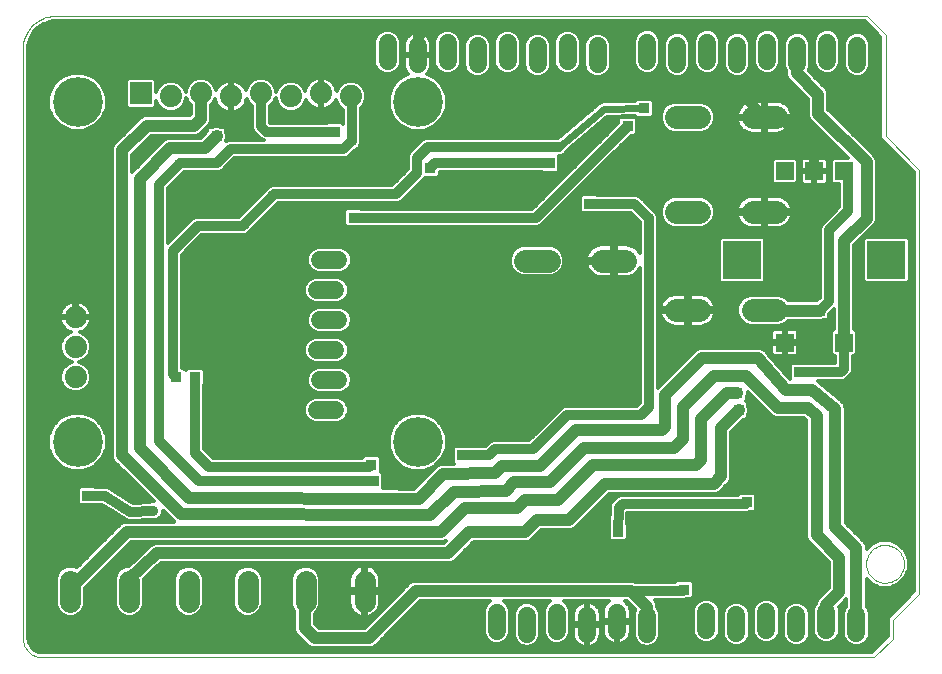
<source format=gbl>
G75*
G70*
%OFA0B0*%
%FSLAX24Y24*%
%IPPOS*%
%LPD*%
%AMOC8*
5,1,8,0,0,1.08239X$1,22.5*
%
%ADD10C,0.0000*%
%ADD11C,0.0039*%
%ADD12C,0.0705*%
%ADD13C,0.0740*%
%ADD14C,0.0600*%
%ADD15R,0.0740X0.0740*%
%ADD16C,0.0768*%
%ADD17R,0.0594X0.0594*%
%ADD18R,0.1266X0.1266*%
%ADD19C,0.0400*%
%ADD20R,0.0356X0.0356*%
%ADD21C,0.0240*%
%ADD22C,0.0320*%
%ADD23C,0.0860*%
%ADD24C,0.0120*%
%ADD25C,0.1660*%
%ADD26C,0.0356*%
D10*
X029989Y004402D02*
X029991Y004452D01*
X029997Y004502D01*
X030007Y004551D01*
X030021Y004599D01*
X030038Y004646D01*
X030059Y004691D01*
X030084Y004735D01*
X030112Y004776D01*
X030144Y004815D01*
X030178Y004852D01*
X030215Y004886D01*
X030255Y004916D01*
X030297Y004943D01*
X030341Y004967D01*
X030387Y004988D01*
X030434Y005004D01*
X030482Y005017D01*
X030532Y005026D01*
X030581Y005031D01*
X030632Y005032D01*
X030682Y005029D01*
X030731Y005022D01*
X030780Y005011D01*
X030828Y004996D01*
X030874Y004978D01*
X030919Y004956D01*
X030962Y004930D01*
X031003Y004901D01*
X031042Y004869D01*
X031078Y004834D01*
X031110Y004796D01*
X031140Y004756D01*
X031167Y004713D01*
X031190Y004669D01*
X031209Y004623D01*
X031225Y004575D01*
X031237Y004526D01*
X031245Y004477D01*
X031249Y004427D01*
X031249Y004377D01*
X031245Y004327D01*
X031237Y004278D01*
X031225Y004229D01*
X031209Y004181D01*
X031190Y004135D01*
X031167Y004091D01*
X031140Y004048D01*
X031110Y004008D01*
X031078Y003970D01*
X031042Y003935D01*
X031003Y003903D01*
X030962Y003874D01*
X030919Y003848D01*
X030874Y003826D01*
X030828Y003808D01*
X030780Y003793D01*
X030731Y003782D01*
X030682Y003775D01*
X030632Y003772D01*
X030581Y003773D01*
X030532Y003778D01*
X030482Y003787D01*
X030434Y003800D01*
X030387Y003816D01*
X030341Y003837D01*
X030297Y003861D01*
X030255Y003888D01*
X030215Y003918D01*
X030178Y003952D01*
X030144Y003989D01*
X030112Y004028D01*
X030084Y004069D01*
X030059Y004113D01*
X030038Y004158D01*
X030021Y004205D01*
X030007Y004253D01*
X029997Y004302D01*
X029991Y004352D01*
X029989Y004402D01*
D11*
X031760Y003410D02*
X031760Y017535D01*
X030635Y018660D01*
X030635Y022035D01*
X030010Y022660D01*
X002885Y022660D01*
X001885Y021660D02*
X001885Y001910D01*
X001887Y001861D01*
X001893Y001812D01*
X001902Y001764D01*
X001916Y001717D01*
X001933Y001671D01*
X001953Y001626D01*
X001977Y001583D01*
X002004Y001543D01*
X002035Y001504D01*
X002068Y001468D01*
X002104Y001435D01*
X002143Y001404D01*
X002183Y001377D01*
X002226Y001353D01*
X002271Y001333D01*
X002317Y001316D01*
X002364Y001302D01*
X002412Y001293D01*
X002461Y001287D01*
X002510Y001285D01*
X030260Y001285D01*
X030885Y001910D01*
X030885Y002535D01*
X031760Y003410D01*
X002885Y022660D02*
X002820Y022654D01*
X002757Y022645D01*
X002694Y022631D01*
X002632Y022614D01*
X002571Y022593D01*
X002511Y022569D01*
X002453Y022540D01*
X002397Y022509D01*
X002343Y022474D01*
X002291Y022436D01*
X002242Y022395D01*
X002195Y022350D01*
X002150Y022303D01*
X002109Y022254D01*
X002071Y022202D01*
X002036Y022148D01*
X002005Y022092D01*
X001976Y022034D01*
X001952Y021974D01*
X001931Y021913D01*
X001914Y021851D01*
X001900Y021788D01*
X001891Y021725D01*
X001885Y021660D01*
D12*
X003464Y003842D02*
X003464Y003137D01*
X005432Y003137D02*
X005432Y003842D01*
X007409Y003842D02*
X007409Y003137D01*
X009377Y003137D02*
X009377Y003842D01*
X011306Y003842D02*
X011306Y003137D01*
X013275Y003137D02*
X013275Y003842D01*
D13*
X003640Y010626D03*
X003640Y011626D03*
X003640Y012626D03*
X006816Y019982D03*
X007816Y020082D03*
X008816Y019982D03*
X009816Y020082D03*
X010816Y019982D03*
X011816Y020082D03*
X012816Y019982D03*
D14*
X014039Y021156D02*
X014039Y021756D01*
X015039Y021656D02*
X015039Y021056D01*
X016039Y021156D02*
X016039Y021756D01*
X017039Y021656D02*
X017039Y021056D01*
X018039Y021156D02*
X018039Y021756D01*
X019039Y021656D02*
X019039Y021056D01*
X020039Y021156D02*
X020039Y021756D01*
X021039Y021656D02*
X021039Y021056D01*
X022693Y021176D02*
X022693Y021776D01*
X023693Y021676D02*
X023693Y021076D01*
X024693Y021176D02*
X024693Y021776D01*
X025693Y021676D02*
X025693Y021076D01*
X026693Y021176D02*
X026693Y021776D01*
X027693Y021676D02*
X027693Y021076D01*
X028693Y021176D02*
X028693Y021776D01*
X029693Y021676D02*
X029693Y021076D01*
X012395Y014530D02*
X011795Y014530D01*
X011695Y013530D02*
X012295Y013530D01*
X012395Y012530D02*
X011795Y012530D01*
X011695Y011530D02*
X012295Y011530D01*
X012395Y010530D02*
X011795Y010530D01*
X011695Y009530D02*
X012295Y009530D01*
X017680Y002778D02*
X017680Y002178D01*
X018680Y002078D02*
X018680Y002678D01*
X019680Y002778D02*
X019680Y002178D01*
X020680Y002078D02*
X020680Y002678D01*
X021680Y002778D02*
X021680Y002178D01*
X022680Y002078D02*
X022680Y002678D01*
X024666Y002795D02*
X024666Y002195D01*
X025666Y002095D02*
X025666Y002695D01*
X026666Y002795D02*
X026666Y002195D01*
X027666Y002095D02*
X027666Y002695D01*
X028666Y002795D02*
X028666Y002195D01*
X029666Y002095D02*
X029666Y002695D01*
D15*
X005816Y020082D03*
D16*
X018634Y014504D02*
X019402Y014504D01*
X021193Y014504D02*
X021961Y014504D01*
X023660Y016129D02*
X024427Y016129D01*
X026219Y016129D02*
X026986Y016129D01*
X026986Y019286D02*
X026219Y019286D01*
X024427Y019286D02*
X023660Y019286D01*
X023659Y012854D02*
X024426Y012854D01*
X026218Y012854D02*
X026985Y012854D01*
D17*
X027276Y011779D03*
X029244Y011779D03*
X029244Y017488D03*
X028260Y017488D03*
X027276Y017488D03*
D18*
X025858Y014535D03*
X030662Y014535D03*
D19*
X030010Y015910D02*
X029260Y015160D01*
X029260Y011795D01*
X029244Y011779D01*
X028441Y012841D02*
X026614Y012841D01*
X026602Y012854D01*
X026393Y011253D02*
X024517Y011253D01*
X023296Y010032D01*
X023296Y008969D01*
X023178Y008851D01*
X020304Y008851D01*
X019123Y007670D01*
X017863Y007670D01*
X017627Y007434D01*
X015895Y007394D01*
X015068Y006567D01*
X007430Y006607D01*
X005777Y008260D01*
X005777Y017237D01*
X006800Y018260D01*
X007942Y018260D01*
X008336Y018654D01*
X007824Y019245D02*
X007588Y019008D01*
X006013Y019008D01*
X005186Y018182D01*
X005186Y008024D01*
X007155Y006056D01*
X015462Y006016D01*
X016249Y006804D01*
X017981Y006843D01*
X018257Y007119D01*
X019438Y007119D01*
X020580Y008260D01*
X023572Y008260D01*
X023887Y008575D01*
X023887Y009638D01*
X024911Y010662D01*
X025999Y010662D01*
X027050Y009611D01*
X028048Y009611D01*
X028336Y009323D01*
X028336Y005347D01*
X029084Y004599D01*
X029084Y003457D01*
X028666Y003039D01*
X028666Y002495D01*
X029666Y002395D02*
X029666Y004923D01*
X028966Y005623D01*
X028966Y009560D01*
X028199Y010201D01*
X027319Y010201D01*
X026393Y011253D01*
X025698Y010111D02*
X025344Y010111D01*
X024478Y009245D01*
X024478Y007867D01*
X024320Y007709D01*
X020895Y007709D01*
X019714Y006528D01*
X018611Y006528D01*
X018336Y006253D01*
X016604Y006253D01*
X015816Y005465D01*
X005344Y005465D01*
X003447Y003568D01*
X003464Y003490D01*
X005393Y003861D02*
X005432Y003490D01*
X005393Y003861D02*
X006367Y004756D01*
X016052Y004756D01*
X016761Y005465D01*
X018611Y005465D01*
X019005Y005859D01*
X020068Y005859D01*
X021289Y007079D01*
X024911Y007079D01*
X025147Y007316D01*
X025147Y008930D01*
X025737Y009520D01*
X022155Y003497D02*
X014989Y003497D01*
X013415Y001922D01*
X011604Y001922D01*
X011269Y002256D01*
X011269Y003452D01*
X011306Y003490D01*
X022155Y003497D02*
X022680Y002972D01*
X022680Y002378D01*
X030010Y015910D02*
X030010Y017785D01*
X028385Y019410D01*
X028385Y020035D01*
X027669Y020751D01*
X027669Y021353D01*
X027693Y021376D01*
X007824Y020074D02*
X007824Y019245D01*
X007824Y020074D02*
X007816Y020082D01*
D20*
X008336Y018654D03*
X009714Y017197D03*
X010460Y015960D03*
X012910Y015935D03*
X015462Y017591D03*
X012273Y018812D03*
X019438Y017749D03*
X020760Y016410D03*
X022035Y018985D03*
X022585Y019585D03*
X028441Y012841D03*
X027760Y010785D03*
X025737Y009520D03*
X025698Y010111D03*
X026013Y006449D03*
X025659Y005426D03*
X023926Y003536D03*
X021722Y005465D03*
X019163Y004441D03*
X017115Y004441D03*
X013572Y007158D03*
X013493Y007709D03*
X016525Y008024D03*
X007627Y010623D03*
X006997Y010623D03*
X007706Y011843D03*
X004033Y006668D03*
X028218Y003379D03*
X029871Y005701D03*
X030776Y009699D03*
D21*
X030863Y009704D01*
X031154Y009682D02*
X031328Y009441D01*
X031328Y005977D01*
X031052Y005701D01*
X029871Y005701D01*
X019753Y018300D02*
X021263Y019560D01*
X022585Y019585D01*
D22*
X022035Y018985D02*
X018985Y015935D01*
X012910Y015935D01*
X014320Y016725D02*
X010265Y016725D01*
X009202Y015662D01*
X007706Y015662D01*
X006879Y014835D01*
X006879Y010741D01*
X006997Y010623D01*
X007627Y010623D02*
X007627Y008103D01*
X008100Y007630D01*
X013415Y007630D01*
X013493Y007709D01*
X013572Y007158D02*
X007745Y007158D01*
X006407Y008497D01*
X006407Y017040D01*
X007115Y017749D01*
X008336Y017749D01*
X008808Y018221D01*
X012548Y018221D01*
X012863Y018497D01*
X012863Y019935D01*
X012816Y019982D01*
X012273Y018812D02*
X009989Y018812D01*
X009816Y018985D01*
X009816Y020082D01*
X014320Y016725D02*
X015029Y017434D01*
X015029Y017945D01*
X015383Y018300D01*
X019753Y018300D01*
X019438Y017749D02*
X015619Y017749D01*
X015462Y017591D01*
X015039Y021356D02*
X015067Y021960D01*
X015383Y022276D01*
X015422Y022276D01*
X015479Y022304D01*
X021502Y022304D01*
X021840Y022040D01*
X021840Y020780D01*
X022269Y020326D01*
X023964Y020326D01*
X024114Y020226D01*
X024408Y020032D01*
X025856Y020032D01*
X026603Y019286D01*
X027134Y019286D01*
X028260Y018160D01*
X028260Y017488D01*
X029244Y017488D02*
X029385Y017347D01*
X029385Y016160D01*
X028760Y015535D01*
X028760Y013160D01*
X028441Y012841D01*
X029244Y011779D02*
X029260Y011763D01*
X029260Y010910D01*
X029135Y010785D01*
X027760Y010785D01*
X030776Y009699D02*
X030793Y009682D01*
X031154Y009682D01*
X026013Y006449D02*
X025974Y006410D01*
X021893Y006410D01*
X021735Y006253D01*
X021722Y005465D01*
X022155Y003497D02*
X023887Y003497D01*
X023926Y003536D01*
X025659Y004756D02*
X025777Y004638D01*
X026879Y004638D01*
X027509Y004008D01*
X027509Y003654D01*
X027785Y003379D01*
X028218Y003379D01*
X025659Y004756D02*
X025659Y005426D01*
X022470Y009363D02*
X022745Y009638D01*
X022745Y015925D01*
X022260Y016410D01*
X020760Y016410D01*
X020029Y009363D02*
X022470Y009363D01*
X020029Y009363D02*
X018887Y008221D01*
X017627Y008221D01*
X017430Y008024D01*
X016525Y008024D01*
X010460Y013455D02*
X010460Y015960D01*
X010460Y013455D02*
X008848Y011843D01*
X007706Y011843D01*
X004621Y006676D02*
X004424Y006676D01*
X004033Y006668D01*
X004621Y006676D02*
X005462Y006134D01*
X006233Y006166D01*
D23*
X017115Y004441D02*
X019163Y004441D01*
D24*
X002140Y001663D02*
X002073Y001823D01*
X002065Y001910D01*
X002065Y001941D01*
X002065Y021652D01*
X002081Y021777D01*
X002169Y022018D01*
X002322Y022223D01*
X002527Y022376D01*
X002768Y022464D01*
X002893Y022480D01*
X029936Y022480D01*
X030455Y021961D01*
X030455Y018586D01*
X031580Y017461D01*
X031580Y003484D01*
X030705Y002609D01*
X030705Y001984D01*
X030186Y001465D01*
X002510Y001465D01*
X002423Y001473D01*
X002263Y001540D01*
X002140Y001663D01*
X002154Y001648D02*
X011397Y001648D01*
X011411Y001634D02*
X011536Y001582D01*
X013482Y001582D01*
X013607Y001634D01*
X013703Y001729D01*
X013703Y001729D01*
X015130Y003157D01*
X017443Y003157D01*
X017431Y003151D01*
X017307Y003028D01*
X017240Y002866D01*
X017240Y002091D01*
X017307Y001929D01*
X017431Y001805D01*
X017592Y001738D01*
X017767Y001738D01*
X017929Y001805D01*
X018053Y001929D01*
X018120Y002091D01*
X018120Y002866D01*
X018053Y003028D01*
X017929Y003151D01*
X017916Y003157D01*
X019443Y003157D01*
X019431Y003151D01*
X019307Y003028D01*
X019240Y002866D01*
X019240Y002091D01*
X019307Y001929D01*
X019431Y001805D01*
X019592Y001738D01*
X019767Y001738D01*
X019929Y001805D01*
X020053Y001929D01*
X020120Y002091D01*
X020120Y002866D01*
X020053Y003028D01*
X019929Y003151D01*
X019916Y003157D01*
X021418Y003157D01*
X021380Y003129D01*
X021329Y003078D01*
X021286Y003019D01*
X021253Y002955D01*
X021231Y002886D01*
X021220Y002815D01*
X021220Y002518D01*
X021640Y002518D01*
X021640Y002438D01*
X021720Y002438D01*
X021720Y001719D01*
X021787Y001730D01*
X021856Y001752D01*
X021921Y001785D01*
X021979Y001828D01*
X022031Y001879D01*
X022073Y001937D01*
X022106Y002002D01*
X022128Y002071D01*
X022140Y002142D01*
X022140Y002438D01*
X021720Y002438D01*
X021720Y002518D01*
X022140Y002518D01*
X022140Y002815D01*
X022128Y002886D01*
X022106Y002955D01*
X022073Y003019D01*
X022031Y003078D01*
X021979Y003129D01*
X021942Y003157D01*
X022014Y003157D01*
X022288Y002882D01*
X022240Y002766D01*
X022240Y001991D01*
X022307Y001829D01*
X022431Y001705D01*
X022592Y001638D01*
X022767Y001638D01*
X022929Y001705D01*
X023053Y001829D01*
X023120Y001991D01*
X023120Y002766D01*
X023053Y002928D01*
X023020Y002961D01*
X023020Y003039D01*
X022968Y003164D01*
X022936Y003197D01*
X023947Y003197D01*
X023998Y003218D01*
X024162Y003218D01*
X024244Y003300D01*
X024244Y003772D01*
X024162Y003854D01*
X023690Y003854D01*
X023633Y003797D01*
X022319Y003797D01*
X022222Y003837D01*
X014922Y003837D01*
X014797Y003785D01*
X013274Y002262D01*
X011744Y002262D01*
X011609Y002397D01*
X011609Y002743D01*
X011724Y002858D01*
X011799Y003039D01*
X011799Y003940D01*
X011724Y004121D01*
X011585Y004260D01*
X011404Y004335D01*
X011208Y004335D01*
X011027Y004260D01*
X010889Y004121D01*
X010814Y003940D01*
X010814Y003039D01*
X010889Y002858D01*
X010929Y002818D01*
X010929Y002189D01*
X010981Y002064D01*
X011076Y001968D01*
X011411Y001634D01*
X011278Y001766D02*
X002097Y001766D01*
X002067Y001885D02*
X011160Y001885D01*
X011041Y002003D02*
X002065Y002003D01*
X002065Y002122D02*
X010957Y002122D01*
X010929Y002240D02*
X002065Y002240D01*
X002065Y002359D02*
X010929Y002359D01*
X010929Y002477D02*
X002065Y002477D01*
X002065Y002596D02*
X010929Y002596D01*
X010929Y002714D02*
X009643Y002714D01*
X009656Y002720D02*
X009795Y002858D01*
X009870Y003039D01*
X009870Y003940D01*
X009795Y004121D01*
X009656Y004260D01*
X009475Y004335D01*
X009279Y004335D01*
X009098Y004260D01*
X008960Y004121D01*
X008885Y003940D01*
X008885Y003039D01*
X008960Y002858D01*
X009098Y002720D01*
X009279Y002645D01*
X009475Y002645D01*
X009656Y002720D01*
X009769Y002833D02*
X010914Y002833D01*
X010850Y002951D02*
X009833Y002951D01*
X009870Y003070D02*
X010814Y003070D01*
X010814Y003188D02*
X009870Y003188D01*
X009870Y003307D02*
X010814Y003307D01*
X010814Y003425D02*
X009870Y003425D01*
X009870Y003544D02*
X010814Y003544D01*
X010814Y003662D02*
X009870Y003662D01*
X009870Y003781D02*
X010814Y003781D01*
X010814Y003899D02*
X009870Y003899D01*
X009837Y004018D02*
X010846Y004018D01*
X010904Y004136D02*
X009779Y004136D01*
X009661Y004255D02*
X011023Y004255D01*
X011590Y004255D02*
X012971Y004255D01*
X012941Y004233D02*
X012884Y004176D01*
X012836Y004111D01*
X012800Y004039D01*
X012775Y003962D01*
X012762Y003883D01*
X012762Y003547D01*
X013217Y003547D01*
X013217Y003432D01*
X012762Y003432D01*
X012762Y003097D01*
X012775Y003017D01*
X012800Y002940D01*
X012836Y002869D01*
X012884Y002803D01*
X012941Y002746D01*
X013006Y002699D01*
X013078Y002662D01*
X013155Y002637D01*
X013217Y002627D01*
X013217Y003432D01*
X013332Y003432D01*
X013332Y002627D01*
X013395Y002637D01*
X013471Y002662D01*
X013543Y002699D01*
X013609Y002746D01*
X013666Y002803D01*
X013713Y002869D01*
X013750Y002940D01*
X013775Y003017D01*
X013787Y003097D01*
X013787Y003432D01*
X013332Y003432D01*
X013332Y003547D01*
X013217Y003547D01*
X013217Y004352D01*
X013155Y004342D01*
X013078Y004317D01*
X013006Y004281D01*
X012941Y004233D01*
X012855Y004136D02*
X011709Y004136D01*
X011767Y004018D02*
X012793Y004018D01*
X012765Y003899D02*
X011799Y003899D01*
X011799Y003781D02*
X012762Y003781D01*
X012762Y003662D02*
X011799Y003662D01*
X011799Y003544D02*
X013217Y003544D01*
X013332Y003544D02*
X014556Y003544D01*
X014674Y003662D02*
X013787Y003662D01*
X013787Y003547D02*
X013787Y003883D01*
X013775Y003962D01*
X013750Y004039D01*
X013713Y004111D01*
X013666Y004176D01*
X013609Y004233D01*
X013543Y004281D01*
X013471Y004317D01*
X013395Y004342D01*
X013332Y004352D01*
X013332Y003547D01*
X013787Y003547D01*
X013787Y003425D02*
X014437Y003425D01*
X014319Y003307D02*
X013787Y003307D01*
X013787Y003188D02*
X014200Y003188D01*
X014082Y003070D02*
X013783Y003070D01*
X013753Y002951D02*
X013963Y002951D01*
X013845Y002833D02*
X013687Y002833D01*
X013726Y002714D02*
X013565Y002714D01*
X013608Y002596D02*
X011609Y002596D01*
X011609Y002714D02*
X012985Y002714D01*
X012862Y002833D02*
X011698Y002833D01*
X011762Y002951D02*
X012796Y002951D01*
X012767Y003070D02*
X011799Y003070D01*
X011799Y003188D02*
X012762Y003188D01*
X012762Y003307D02*
X011799Y003307D01*
X011799Y003425D02*
X012762Y003425D01*
X013217Y003425D02*
X013332Y003425D01*
X013332Y003307D02*
X013217Y003307D01*
X013217Y003188D02*
X013332Y003188D01*
X013332Y003070D02*
X013217Y003070D01*
X013217Y002951D02*
X013332Y002951D01*
X013332Y002833D02*
X013217Y002833D01*
X013217Y002714D02*
X013332Y002714D01*
X013489Y002477D02*
X011609Y002477D01*
X011647Y002359D02*
X013371Y002359D01*
X013977Y002003D02*
X017276Y002003D01*
X017240Y002122D02*
X014096Y002122D01*
X014214Y002240D02*
X017240Y002240D01*
X017240Y002359D02*
X014333Y002359D01*
X014451Y002477D02*
X017240Y002477D01*
X017240Y002596D02*
X014570Y002596D01*
X014688Y002714D02*
X017240Y002714D01*
X017240Y002833D02*
X014807Y002833D01*
X014925Y002951D02*
X017275Y002951D01*
X017349Y003070D02*
X015044Y003070D01*
X014793Y003781D02*
X013787Y003781D01*
X013785Y003899D02*
X028744Y003899D01*
X028744Y003781D02*
X024236Y003781D01*
X024244Y003662D02*
X028744Y003662D01*
X028744Y003598D02*
X028377Y003232D01*
X028326Y003107D01*
X028326Y003077D01*
X028293Y003044D01*
X028226Y002882D01*
X028226Y002107D01*
X028293Y001945D01*
X028416Y001822D01*
X028578Y001755D01*
X028753Y001755D01*
X028915Y001822D01*
X029039Y001945D01*
X029106Y002107D01*
X029106Y002882D01*
X029072Y002964D01*
X029276Y003169D01*
X029276Y003169D01*
X029326Y003218D01*
X029326Y002977D01*
X029293Y002944D01*
X029226Y002782D01*
X029226Y002007D01*
X029293Y001845D01*
X029416Y001722D01*
X029578Y001655D01*
X029753Y001655D01*
X029915Y001722D01*
X030039Y001845D01*
X030106Y002007D01*
X030106Y002782D01*
X030039Y002944D01*
X030006Y002977D01*
X030006Y003899D01*
X030172Y003732D01*
X030462Y003612D01*
X030776Y003612D01*
X031067Y003732D01*
X031289Y003955D01*
X031409Y004245D01*
X031409Y004559D01*
X031289Y004850D01*
X031067Y005072D01*
X030776Y005192D01*
X030462Y005192D01*
X030172Y005072D01*
X030006Y004906D01*
X030006Y004990D01*
X029954Y005115D01*
X029306Y005763D01*
X029306Y009507D01*
X029310Y009522D01*
X029306Y009575D01*
X029306Y009627D01*
X029300Y009642D01*
X029298Y009657D01*
X029274Y009704D01*
X029254Y009752D01*
X029243Y009763D01*
X029236Y009777D01*
X029195Y009811D01*
X029158Y009848D01*
X029144Y009854D01*
X028429Y010452D01*
X028396Y010485D01*
X029195Y010485D01*
X029305Y010531D01*
X029430Y010656D01*
X029514Y010740D01*
X029560Y010850D01*
X029560Y011342D01*
X029599Y011342D01*
X029681Y011424D01*
X029681Y012134D01*
X029600Y012215D01*
X029600Y015019D01*
X030298Y015717D01*
X030350Y015842D01*
X030350Y017853D01*
X030298Y017978D01*
X030203Y018073D01*
X028725Y019551D01*
X028725Y020103D01*
X028673Y020228D01*
X028578Y020323D01*
X028068Y020833D01*
X028133Y020989D01*
X028133Y021764D01*
X028066Y021925D01*
X027942Y022049D01*
X027780Y022116D01*
X027605Y022116D01*
X027443Y022049D01*
X027320Y021925D01*
X027253Y021764D01*
X027253Y020989D01*
X027320Y020827D01*
X027329Y020817D01*
X027329Y020683D01*
X027381Y020558D01*
X028045Y019894D01*
X028045Y019342D01*
X028097Y019217D01*
X029390Y017925D01*
X028889Y017925D01*
X028807Y017843D01*
X028807Y017133D01*
X028889Y017051D01*
X029085Y017051D01*
X029085Y016284D01*
X028506Y015705D01*
X028460Y015595D01*
X028460Y013284D01*
X028357Y013181D01*
X027399Y013181D01*
X027282Y013298D01*
X027090Y013378D01*
X026113Y013378D01*
X025921Y013298D01*
X025774Y013151D01*
X025694Y012958D01*
X025694Y012750D01*
X025774Y012557D01*
X025921Y012410D01*
X026113Y012330D01*
X027090Y012330D01*
X027282Y012410D01*
X027373Y012501D01*
X028509Y012501D01*
X028562Y012523D01*
X028677Y012523D01*
X028759Y012605D01*
X028759Y012721D01*
X028769Y012745D01*
X028920Y012896D01*
X028920Y012216D01*
X028889Y012216D01*
X028807Y012134D01*
X028807Y011424D01*
X028889Y011342D01*
X028960Y011342D01*
X028960Y011085D01*
X028014Y011085D01*
X027996Y011103D01*
X027524Y011103D01*
X027442Y011021D01*
X027442Y010576D01*
X026685Y011435D01*
X026681Y011445D01*
X026641Y011485D01*
X026603Y011528D01*
X026593Y011533D01*
X026585Y011541D01*
X026533Y011563D01*
X026482Y011588D01*
X026471Y011588D01*
X026461Y011593D01*
X026404Y011593D01*
X026347Y011596D01*
X026336Y011593D01*
X024449Y011593D01*
X024324Y011541D01*
X023104Y010320D01*
X023045Y010262D01*
X023045Y015984D01*
X023000Y016095D01*
X022514Y016580D01*
X022430Y016664D01*
X022320Y016710D01*
X021014Y016710D01*
X020996Y016728D01*
X020524Y016728D01*
X020442Y016646D01*
X020442Y016174D01*
X020524Y016092D01*
X020996Y016092D01*
X021014Y016110D01*
X022136Y016110D01*
X022445Y015800D01*
X022445Y014752D01*
X022426Y014790D01*
X022376Y014859D01*
X022315Y014919D01*
X022246Y014970D01*
X022170Y015009D01*
X022088Y015035D01*
X022004Y015048D01*
X021637Y015048D01*
X021637Y014564D01*
X021517Y014564D01*
X021517Y014444D01*
X021637Y014444D01*
X021637Y013961D01*
X022004Y013961D01*
X022088Y013974D01*
X022170Y014000D01*
X022246Y014039D01*
X022315Y014090D01*
X022376Y014150D01*
X022426Y014219D01*
X022445Y014257D01*
X022445Y009763D01*
X022345Y009663D01*
X019969Y009663D01*
X019859Y009617D01*
X019774Y009533D01*
X019774Y009533D01*
X018763Y008521D01*
X017567Y008521D01*
X016012Y008521D01*
X016012Y008639D02*
X018881Y008639D01*
X019000Y008758D02*
X015971Y008758D01*
X016012Y008658D02*
X015865Y009014D01*
X015592Y009287D01*
X015235Y009435D01*
X014850Y009435D01*
X014493Y009287D01*
X014220Y009014D01*
X014073Y008658D01*
X014073Y008272D01*
X014220Y007915D01*
X014493Y007643D01*
X014850Y007495D01*
X015235Y007495D01*
X015592Y007643D01*
X015865Y007915D01*
X016012Y008272D01*
X016012Y008658D01*
X015922Y008876D02*
X019118Y008876D01*
X019237Y008995D02*
X015873Y008995D01*
X015766Y009113D02*
X019355Y009113D01*
X019474Y009232D02*
X015647Y009232D01*
X015439Y009350D02*
X019592Y009350D01*
X019711Y009469D02*
X012735Y009469D01*
X012735Y009442D02*
X012735Y009617D01*
X012668Y009779D01*
X012544Y009903D01*
X012382Y009970D01*
X011607Y009970D01*
X011446Y009903D01*
X011322Y009779D01*
X011255Y009617D01*
X011255Y009442D01*
X011322Y009281D01*
X011446Y009157D01*
X011607Y009090D01*
X012382Y009090D01*
X012544Y009157D01*
X012668Y009281D01*
X012735Y009442D01*
X012697Y009350D02*
X014646Y009350D01*
X014438Y009232D02*
X012619Y009232D01*
X012440Y009113D02*
X014320Y009113D01*
X014212Y008995D02*
X007927Y008995D01*
X007927Y009113D02*
X011550Y009113D01*
X011371Y009232D02*
X007927Y009232D01*
X007927Y009350D02*
X011293Y009350D01*
X011255Y009469D02*
X007927Y009469D01*
X007927Y009587D02*
X011255Y009587D01*
X011292Y009706D02*
X007927Y009706D01*
X007927Y009824D02*
X011367Y009824D01*
X011543Y009943D02*
X007927Y009943D01*
X007927Y010061D02*
X022445Y010061D01*
X022445Y009943D02*
X012447Y009943D01*
X012482Y010090D02*
X012644Y010157D01*
X012768Y010281D01*
X012835Y010442D01*
X012835Y010617D01*
X012768Y010779D01*
X012644Y010903D01*
X012482Y010970D01*
X011707Y010970D01*
X011546Y010903D01*
X011422Y010779D01*
X011355Y010617D01*
X011355Y010442D01*
X011422Y010281D01*
X011546Y010157D01*
X011707Y010090D01*
X012482Y010090D01*
X012667Y010180D02*
X022445Y010180D01*
X022445Y010298D02*
X012775Y010298D01*
X012824Y010417D02*
X022445Y010417D01*
X022445Y010535D02*
X012835Y010535D01*
X012820Y010654D02*
X022445Y010654D01*
X022445Y010772D02*
X012771Y010772D01*
X012656Y010891D02*
X022445Y010891D01*
X022445Y011009D02*
X007179Y011009D01*
X007179Y010941D02*
X007179Y014711D01*
X007830Y015362D01*
X009262Y015362D01*
X009372Y015408D01*
X009456Y015492D01*
X010389Y016425D01*
X014380Y016425D01*
X014490Y016471D01*
X014574Y016555D01*
X015283Y017264D01*
X015287Y017273D01*
X015698Y017273D01*
X015780Y017355D01*
X015780Y017449D01*
X019184Y017449D01*
X019202Y017430D01*
X019674Y017430D01*
X019756Y017512D01*
X019756Y017985D01*
X019741Y018000D01*
X019813Y018000D01*
X019923Y018045D01*
X020007Y018130D01*
X020035Y018196D01*
X021360Y019302D01*
X022296Y019319D01*
X022349Y019267D01*
X022821Y019267D01*
X022903Y019349D01*
X022903Y019821D01*
X022821Y019903D01*
X022349Y019903D01*
X022285Y019839D01*
X021273Y019820D01*
X021235Y019824D01*
X021221Y019819D01*
X021207Y019819D01*
X021172Y019804D01*
X021136Y019793D01*
X021125Y019783D01*
X021112Y019778D01*
X021086Y019751D01*
X019707Y018600D01*
X015323Y018600D01*
X015213Y018554D01*
X014859Y018200D01*
X014774Y018115D01*
X014729Y018005D01*
X014729Y017558D01*
X014196Y017025D01*
X010205Y017025D01*
X010095Y016979D01*
X009078Y015962D01*
X007646Y015962D01*
X007536Y015916D01*
X006709Y015090D01*
X006707Y015087D01*
X006707Y016916D01*
X007240Y017449D01*
X008395Y017449D01*
X008506Y017494D01*
X008932Y017921D01*
X012538Y017921D01*
X012588Y017918D01*
X012598Y017921D01*
X012608Y017921D01*
X012654Y017940D01*
X012701Y017956D01*
X012709Y017963D01*
X012718Y017967D01*
X012753Y018002D01*
X013024Y018238D01*
X013033Y018242D01*
X013068Y018277D01*
X013106Y018310D01*
X013110Y018319D01*
X013118Y018327D01*
X013137Y018373D01*
X013159Y018417D01*
X013159Y018427D01*
X013163Y018437D01*
X013163Y018487D01*
X013167Y018536D01*
X013163Y018546D01*
X013163Y019608D01*
X013248Y019693D01*
X013326Y019881D01*
X013326Y020083D01*
X013248Y020271D01*
X013105Y020414D01*
X012918Y020492D01*
X012715Y020492D01*
X012527Y020414D01*
X012384Y020271D01*
X012340Y020164D01*
X012333Y020206D01*
X012307Y020285D01*
X012269Y020360D01*
X012220Y020427D01*
X012161Y020486D01*
X012094Y020535D01*
X012020Y020573D01*
X011940Y020599D01*
X011858Y020612D01*
X011856Y020612D01*
X011856Y020122D01*
X011776Y020122D01*
X011776Y020612D01*
X011774Y020612D01*
X011692Y020599D01*
X011613Y020573D01*
X011538Y020535D01*
X011471Y020486D01*
X011412Y020427D01*
X011363Y020360D01*
X011325Y020285D01*
X011299Y020206D01*
X011293Y020164D01*
X011248Y020271D01*
X011105Y020414D01*
X010918Y020492D01*
X010715Y020492D01*
X010527Y020414D01*
X010384Y020271D01*
X010326Y020132D01*
X010326Y020183D01*
X010248Y020371D01*
X010484Y020371D01*
X010376Y020253D02*
X010298Y020253D01*
X010326Y020134D02*
X010327Y020134D01*
X010306Y019932D02*
X010306Y019881D01*
X010384Y019693D01*
X010527Y019550D01*
X010715Y019472D01*
X010918Y019472D01*
X011105Y019550D01*
X011248Y019693D01*
X011325Y019878D01*
X011363Y019804D01*
X011412Y019737D01*
X011471Y019678D01*
X011538Y019629D01*
X011613Y019591D01*
X011692Y019565D01*
X011774Y019552D01*
X011776Y019552D01*
X011776Y020042D01*
X011856Y020042D01*
X011856Y019552D01*
X011858Y019552D01*
X011940Y019565D01*
X012020Y019591D01*
X012094Y019629D01*
X012161Y019678D01*
X012220Y019737D01*
X012269Y019804D01*
X012307Y019878D01*
X012384Y019693D01*
X012527Y019550D01*
X012563Y019535D01*
X012563Y019075D01*
X012509Y019130D01*
X012037Y019130D01*
X012019Y019112D01*
X010116Y019112D01*
X010116Y019661D01*
X010248Y019793D01*
X010306Y019932D01*
X010306Y019897D02*
X010291Y019897D01*
X010234Y019779D02*
X010348Y019779D01*
X010417Y019660D02*
X010116Y019660D01*
X010116Y019541D02*
X010547Y019541D01*
X010116Y019423D02*
X012563Y019423D01*
X012563Y019304D02*
X010116Y019304D01*
X010116Y019186D02*
X012563Y019186D01*
X012547Y019541D02*
X011085Y019541D01*
X011215Y019660D02*
X011495Y019660D01*
X011382Y019779D02*
X011284Y019779D01*
X011256Y020253D02*
X011314Y020253D01*
X011371Y020371D02*
X011148Y020371D01*
X010924Y020490D02*
X011475Y020490D01*
X011749Y020608D02*
X004271Y020608D01*
X004253Y020626D02*
X003897Y020773D01*
X003511Y020773D01*
X003155Y020626D01*
X002882Y020353D01*
X002734Y019996D01*
X002734Y019610D01*
X002882Y019254D01*
X003155Y018981D01*
X003511Y018833D01*
X003897Y018833D01*
X004253Y018981D01*
X004526Y019254D01*
X004674Y019610D01*
X004674Y019996D01*
X004526Y020353D01*
X004253Y020626D01*
X004390Y020490D02*
X005306Y020490D01*
X005306Y020510D02*
X005306Y019654D01*
X005388Y019572D01*
X006244Y019572D01*
X006326Y019654D01*
X006326Y019832D01*
X006384Y019693D01*
X006527Y019550D01*
X006715Y019472D01*
X006918Y019472D01*
X007105Y019550D01*
X007248Y019693D01*
X007326Y019881D01*
X007326Y019932D01*
X007384Y019793D01*
X007484Y019693D01*
X007484Y019385D01*
X007447Y019348D01*
X005945Y019348D01*
X005820Y019297D01*
X005725Y019201D01*
X004898Y018374D01*
X004846Y018249D01*
X004846Y007957D01*
X004898Y007832D01*
X004994Y007736D01*
X006245Y006484D01*
X006170Y006484D01*
X006115Y006461D01*
X005544Y006438D01*
X004810Y006910D01*
X004791Y006930D01*
X004760Y006942D01*
X004733Y006960D01*
X004706Y006965D01*
X004680Y006976D01*
X004648Y006976D01*
X004615Y006981D01*
X004588Y006976D01*
X004480Y006976D01*
X004477Y006977D01*
X004421Y006976D01*
X004364Y006976D01*
X004361Y006974D01*
X004282Y006973D01*
X004269Y006986D01*
X003796Y006986D01*
X003714Y006904D01*
X003714Y006432D01*
X003796Y006350D01*
X004269Y006350D01*
X004292Y006373D01*
X004427Y006376D01*
X004532Y006376D01*
X005278Y005896D01*
X005302Y005873D01*
X005327Y005864D01*
X005350Y005850D01*
X005383Y005844D01*
X005414Y005832D01*
X005441Y005833D01*
X005467Y005829D01*
X005500Y005836D01*
X006136Y005862D01*
X006170Y005848D01*
X006296Y005848D01*
X006413Y005896D01*
X006503Y005986D01*
X006551Y006103D01*
X006551Y006178D01*
X006914Y005816D01*
X006924Y005805D01*
X005276Y005805D01*
X005151Y005753D01*
X005055Y005658D01*
X003682Y004285D01*
X003562Y004335D01*
X003366Y004335D01*
X003185Y004260D01*
X003046Y004121D01*
X002971Y003940D01*
X002971Y003039D01*
X003046Y002858D01*
X003185Y002720D01*
X003366Y002645D01*
X003562Y002645D01*
X003743Y002720D01*
X003881Y002858D01*
X003956Y003039D01*
X003956Y003597D01*
X005484Y005125D01*
X015884Y005125D01*
X015980Y005165D01*
X015911Y005096D01*
X006374Y005096D01*
X006314Y005099D01*
X006307Y005096D01*
X006300Y005096D01*
X006244Y005073D01*
X006187Y005053D01*
X006182Y005048D01*
X006175Y005045D01*
X006132Y005002D01*
X005406Y004335D01*
X005334Y004335D01*
X005153Y004260D01*
X005015Y004121D01*
X004940Y003940D01*
X004940Y003039D01*
X005015Y002858D01*
X005153Y002720D01*
X005334Y002645D01*
X005530Y002645D01*
X005711Y002720D01*
X005850Y002858D01*
X005925Y003039D01*
X005925Y003888D01*
X006500Y004416D01*
X016120Y004416D01*
X016245Y004468D01*
X016902Y005125D01*
X018679Y005125D01*
X018804Y005177D01*
X019146Y005519D01*
X020136Y005519D01*
X020261Y005571D01*
X021429Y006739D01*
X024978Y006739D01*
X025103Y006791D01*
X025339Y007027D01*
X025435Y007123D01*
X025487Y007248D01*
X025487Y008789D01*
X025900Y009202D01*
X025973Y009202D01*
X026055Y009284D01*
X026055Y009400D01*
X026077Y009453D01*
X026077Y009588D01*
X026055Y009641D01*
X026055Y009756D01*
X025977Y009835D01*
X026016Y009875D01*
X026016Y009990D01*
X026038Y010043D01*
X026038Y010142D01*
X026858Y009323D01*
X026983Y009271D01*
X027908Y009271D01*
X027996Y009183D01*
X027996Y005279D01*
X028048Y005154D01*
X028143Y005059D01*
X028744Y004458D01*
X028744Y003598D01*
X028690Y003544D02*
X024244Y003544D01*
X024244Y003425D02*
X028571Y003425D01*
X028453Y003307D02*
X024244Y003307D01*
X024416Y003168D02*
X024293Y003044D01*
X024226Y002882D01*
X024226Y002107D01*
X024293Y001945D01*
X024416Y001822D01*
X024578Y001755D01*
X024753Y001755D01*
X024915Y001822D01*
X025039Y001945D01*
X025106Y002107D01*
X025106Y002882D01*
X025039Y003044D01*
X024915Y003168D01*
X024753Y003235D01*
X024578Y003235D01*
X024416Y003168D01*
X024466Y003188D02*
X022944Y003188D01*
X023007Y003070D02*
X024319Y003070D01*
X024254Y002951D02*
X023029Y002951D01*
X023092Y002833D02*
X024226Y002833D01*
X024226Y002714D02*
X023120Y002714D01*
X023120Y002596D02*
X024226Y002596D01*
X024226Y002477D02*
X023120Y002477D01*
X023120Y002359D02*
X024226Y002359D01*
X024226Y002240D02*
X023120Y002240D01*
X023120Y002122D02*
X024226Y002122D01*
X024269Y002003D02*
X023120Y002003D01*
X023076Y001885D02*
X024353Y001885D01*
X024550Y001766D02*
X022990Y001766D01*
X022790Y001648D02*
X030369Y001648D01*
X030487Y001766D02*
X029960Y001766D01*
X030055Y001885D02*
X030606Y001885D01*
X030705Y002003D02*
X030104Y002003D01*
X030106Y002122D02*
X030705Y002122D01*
X030705Y002240D02*
X030106Y002240D01*
X030106Y002359D02*
X030705Y002359D01*
X030705Y002477D02*
X030106Y002477D01*
X030106Y002596D02*
X030705Y002596D01*
X030810Y002714D02*
X030106Y002714D01*
X030085Y002833D02*
X030929Y002833D01*
X031047Y002951D02*
X030031Y002951D01*
X030006Y003070D02*
X031166Y003070D01*
X031284Y003188D02*
X030006Y003188D01*
X030006Y003307D02*
X031403Y003307D01*
X031521Y003425D02*
X030006Y003425D01*
X030006Y003544D02*
X031580Y003544D01*
X031580Y003662D02*
X030898Y003662D01*
X031115Y003781D02*
X031580Y003781D01*
X031580Y003899D02*
X031234Y003899D01*
X031315Y004018D02*
X031580Y004018D01*
X031580Y004136D02*
X031364Y004136D01*
X031409Y004255D02*
X031580Y004255D01*
X031580Y004373D02*
X031409Y004373D01*
X031409Y004492D02*
X031580Y004492D01*
X031580Y004610D02*
X031388Y004610D01*
X031339Y004729D02*
X031580Y004729D01*
X031580Y004847D02*
X031290Y004847D01*
X031173Y004966D02*
X031580Y004966D01*
X031580Y005084D02*
X031036Y005084D01*
X031580Y005203D02*
X029866Y005203D01*
X029967Y005084D02*
X030202Y005084D01*
X030066Y004966D02*
X030006Y004966D01*
X029748Y005321D02*
X031580Y005321D01*
X031580Y005440D02*
X029629Y005440D01*
X029511Y005558D02*
X031580Y005558D01*
X031580Y005677D02*
X029392Y005677D01*
X029306Y005795D02*
X031580Y005795D01*
X031580Y005914D02*
X029306Y005914D01*
X029306Y006032D02*
X031580Y006032D01*
X031580Y006151D02*
X029306Y006151D01*
X029306Y006269D02*
X031580Y006269D01*
X031580Y006388D02*
X029306Y006388D01*
X029306Y006506D02*
X031580Y006506D01*
X031580Y006625D02*
X029306Y006625D01*
X029306Y006743D02*
X031580Y006743D01*
X031580Y006862D02*
X029306Y006862D01*
X029306Y006980D02*
X031580Y006980D01*
X031580Y007099D02*
X029306Y007099D01*
X029306Y007217D02*
X031580Y007217D01*
X031580Y007336D02*
X029306Y007336D01*
X029306Y007454D02*
X031580Y007454D01*
X031580Y007573D02*
X029306Y007573D01*
X029306Y007691D02*
X031580Y007691D01*
X031580Y007810D02*
X029306Y007810D01*
X029306Y007928D02*
X031580Y007928D01*
X031580Y008047D02*
X029306Y008047D01*
X029306Y008165D02*
X031580Y008165D01*
X031580Y008284D02*
X029306Y008284D01*
X029306Y008402D02*
X031580Y008402D01*
X031580Y008521D02*
X029306Y008521D01*
X029306Y008639D02*
X031580Y008639D01*
X031580Y008758D02*
X029306Y008758D01*
X029306Y008876D02*
X031580Y008876D01*
X031580Y008995D02*
X029306Y008995D01*
X029306Y009113D02*
X031580Y009113D01*
X031580Y009232D02*
X029306Y009232D01*
X029306Y009350D02*
X031580Y009350D01*
X031580Y009469D02*
X029306Y009469D01*
X029306Y009587D02*
X031580Y009587D01*
X031580Y009706D02*
X029273Y009706D01*
X029182Y009824D02*
X031580Y009824D01*
X031580Y009943D02*
X029037Y009943D01*
X028896Y010061D02*
X031580Y010061D01*
X031580Y010180D02*
X028754Y010180D01*
X028613Y010298D02*
X031580Y010298D01*
X031580Y010417D02*
X028471Y010417D01*
X029310Y010535D02*
X031580Y010535D01*
X031580Y010654D02*
X029428Y010654D01*
X029528Y010772D02*
X031580Y010772D01*
X031580Y010891D02*
X029560Y010891D01*
X029560Y011009D02*
X031580Y011009D01*
X031580Y011128D02*
X029560Y011128D01*
X029560Y011246D02*
X031580Y011246D01*
X031580Y011365D02*
X029622Y011365D01*
X029681Y011483D02*
X031580Y011483D01*
X031580Y011602D02*
X029681Y011602D01*
X029681Y011720D02*
X031580Y011720D01*
X031580Y011839D02*
X029681Y011839D01*
X029681Y011957D02*
X031580Y011957D01*
X031580Y012076D02*
X029681Y012076D01*
X029621Y012194D02*
X031580Y012194D01*
X031580Y012313D02*
X029600Y012313D01*
X029600Y012431D02*
X031580Y012431D01*
X031580Y012550D02*
X029600Y012550D01*
X029600Y012668D02*
X031580Y012668D01*
X031580Y012787D02*
X029600Y012787D01*
X029600Y012905D02*
X031580Y012905D01*
X031580Y013024D02*
X029600Y013024D01*
X029600Y013142D02*
X031580Y013142D01*
X031580Y013261D02*
X029600Y013261D01*
X029600Y013379D02*
X031580Y013379D01*
X031580Y013498D02*
X029600Y013498D01*
X029600Y013616D02*
X031580Y013616D01*
X031580Y013735D02*
X029600Y013735D01*
X029600Y013853D02*
X029889Y013853D01*
X029889Y013844D02*
X029971Y013762D01*
X031353Y013762D01*
X031435Y013844D01*
X031435Y015226D01*
X031353Y015308D01*
X029971Y015308D01*
X029889Y015226D01*
X029889Y013844D01*
X029889Y013972D02*
X029600Y013972D01*
X029600Y014090D02*
X029889Y014090D01*
X029889Y014209D02*
X029600Y014209D01*
X029600Y014327D02*
X029889Y014327D01*
X029889Y014446D02*
X029600Y014446D01*
X029600Y014564D02*
X029889Y014564D01*
X029889Y014683D02*
X029600Y014683D01*
X029600Y014801D02*
X029889Y014801D01*
X029889Y014920D02*
X029600Y014920D01*
X029619Y015038D02*
X029889Y015038D01*
X029889Y015157D02*
X029738Y015157D01*
X029856Y015275D02*
X029938Y015275D01*
X029975Y015394D02*
X031580Y015394D01*
X031580Y015512D02*
X030093Y015512D01*
X030212Y015631D02*
X031580Y015631D01*
X031580Y015749D02*
X030312Y015749D01*
X030350Y015868D02*
X031580Y015868D01*
X031580Y015986D02*
X030350Y015986D01*
X030350Y016105D02*
X031580Y016105D01*
X031580Y016223D02*
X030350Y016223D01*
X030350Y016342D02*
X031580Y016342D01*
X031580Y016460D02*
X030350Y016460D01*
X030350Y016579D02*
X031580Y016579D01*
X031580Y016697D02*
X030350Y016697D01*
X030350Y016816D02*
X031580Y016816D01*
X031580Y016934D02*
X030350Y016934D01*
X030350Y017053D02*
X031580Y017053D01*
X031580Y017171D02*
X030350Y017171D01*
X030350Y017290D02*
X031580Y017290D01*
X031580Y017408D02*
X030350Y017408D01*
X030350Y017527D02*
X031514Y017527D01*
X031395Y017645D02*
X030350Y017645D01*
X030350Y017764D02*
X031277Y017764D01*
X031158Y017882D02*
X030338Y017882D01*
X030275Y018001D02*
X031040Y018001D01*
X030921Y018119D02*
X030156Y018119D01*
X030038Y018238D02*
X030803Y018238D01*
X030684Y018356D02*
X029919Y018356D01*
X029801Y018475D02*
X030566Y018475D01*
X030455Y018593D02*
X029682Y018593D01*
X029564Y018712D02*
X030455Y018712D01*
X030455Y018830D02*
X029445Y018830D01*
X029327Y018949D02*
X030455Y018949D01*
X030455Y019067D02*
X029208Y019067D01*
X029090Y019186D02*
X030455Y019186D01*
X030455Y019304D02*
X028971Y019304D01*
X028853Y019423D02*
X030455Y019423D01*
X030455Y019541D02*
X028734Y019541D01*
X028725Y019660D02*
X030455Y019660D01*
X030455Y019779D02*
X028725Y019779D01*
X028725Y019897D02*
X030455Y019897D01*
X030455Y020016D02*
X028725Y020016D01*
X028712Y020134D02*
X030455Y020134D01*
X030455Y020253D02*
X028648Y020253D01*
X028530Y020371D02*
X030455Y020371D01*
X030455Y020490D02*
X028411Y020490D01*
X028293Y020608D02*
X030455Y020608D01*
X030455Y020727D02*
X029965Y020727D01*
X029942Y020703D02*
X030066Y020827D01*
X030133Y020989D01*
X030133Y021764D01*
X030066Y021925D01*
X029942Y022049D01*
X029780Y022116D01*
X029605Y022116D01*
X029443Y022049D01*
X029320Y021925D01*
X029253Y021764D01*
X029253Y020989D01*
X029320Y020827D01*
X029443Y020703D01*
X029605Y020636D01*
X029780Y020636D01*
X029942Y020703D01*
X030073Y020845D02*
X030455Y020845D01*
X030455Y020964D02*
X030122Y020964D01*
X030133Y021082D02*
X030455Y021082D01*
X030455Y021201D02*
X030133Y021201D01*
X030133Y021319D02*
X030455Y021319D01*
X030455Y021438D02*
X030133Y021438D01*
X030133Y021556D02*
X030455Y021556D01*
X030455Y021675D02*
X030133Y021675D01*
X030121Y021793D02*
X030455Y021793D01*
X030455Y021912D02*
X030071Y021912D01*
X029961Y022030D02*
X030386Y022030D01*
X030267Y022149D02*
X028943Y022149D01*
X028942Y022149D02*
X028780Y022216D01*
X028605Y022216D01*
X028443Y022149D01*
X028320Y022025D01*
X028253Y021864D01*
X028253Y021089D01*
X028320Y020927D01*
X028443Y020803D01*
X028605Y020736D01*
X028780Y020736D01*
X028942Y020803D01*
X029066Y020927D01*
X029133Y021089D01*
X029133Y021864D01*
X029066Y022025D01*
X028942Y022149D01*
X029061Y022030D02*
X029424Y022030D01*
X029314Y021912D02*
X029113Y021912D01*
X029133Y021793D02*
X029265Y021793D01*
X029253Y021675D02*
X029133Y021675D01*
X029133Y021556D02*
X029253Y021556D01*
X029253Y021438D02*
X029133Y021438D01*
X029133Y021319D02*
X029253Y021319D01*
X029253Y021201D02*
X029133Y021201D01*
X029130Y021082D02*
X029253Y021082D01*
X029263Y020964D02*
X029081Y020964D01*
X028984Y020845D02*
X029312Y020845D01*
X029420Y020727D02*
X028174Y020727D01*
X028073Y020845D02*
X028402Y020845D01*
X028305Y020964D02*
X028122Y020964D01*
X028133Y021082D02*
X028255Y021082D01*
X028253Y021201D02*
X028133Y021201D01*
X028133Y021319D02*
X028253Y021319D01*
X028253Y021438D02*
X028133Y021438D01*
X028133Y021556D02*
X028253Y021556D01*
X028253Y021675D02*
X028133Y021675D01*
X028121Y021793D02*
X028253Y021793D01*
X028272Y021912D02*
X028071Y021912D01*
X027961Y022030D02*
X028324Y022030D01*
X028443Y022149D02*
X026943Y022149D01*
X026942Y022149D02*
X026780Y022216D01*
X026605Y022216D01*
X026443Y022149D01*
X026320Y022025D01*
X026253Y021864D01*
X026253Y021089D01*
X026320Y020927D01*
X026443Y020803D01*
X026605Y020736D01*
X026780Y020736D01*
X026942Y020803D01*
X027066Y020927D01*
X027133Y021089D01*
X027133Y021864D01*
X027066Y022025D01*
X026942Y022149D01*
X027061Y022030D02*
X027424Y022030D01*
X027314Y021912D02*
X027113Y021912D01*
X027133Y021793D02*
X027265Y021793D01*
X027253Y021675D02*
X027133Y021675D01*
X027133Y021556D02*
X027253Y021556D01*
X027253Y021438D02*
X027133Y021438D01*
X027133Y021319D02*
X027253Y021319D01*
X027253Y021201D02*
X027133Y021201D01*
X027130Y021082D02*
X027253Y021082D01*
X027263Y020964D02*
X027081Y020964D01*
X026984Y020845D02*
X027312Y020845D01*
X027329Y020727D02*
X025965Y020727D01*
X025942Y020703D02*
X026066Y020827D01*
X026133Y020989D01*
X026133Y021764D01*
X026066Y021925D01*
X025942Y022049D01*
X025780Y022116D01*
X025605Y022116D01*
X025443Y022049D01*
X025320Y021925D01*
X025253Y021764D01*
X025253Y020989D01*
X025320Y020827D01*
X025443Y020703D01*
X025605Y020636D01*
X025780Y020636D01*
X025942Y020703D01*
X026073Y020845D02*
X026402Y020845D01*
X026305Y020964D02*
X026122Y020964D01*
X026133Y021082D02*
X026255Y021082D01*
X026253Y021201D02*
X026133Y021201D01*
X026133Y021319D02*
X026253Y021319D01*
X026253Y021438D02*
X026133Y021438D01*
X026133Y021556D02*
X026253Y021556D01*
X026253Y021675D02*
X026133Y021675D01*
X026121Y021793D02*
X026253Y021793D01*
X026272Y021912D02*
X026071Y021912D01*
X025961Y022030D02*
X026324Y022030D01*
X026443Y022149D02*
X024943Y022149D01*
X024942Y022149D02*
X024780Y022216D01*
X024605Y022216D01*
X024443Y022149D01*
X024320Y022025D01*
X024253Y021864D01*
X024253Y021089D01*
X024320Y020927D01*
X024443Y020803D01*
X024605Y020736D01*
X024780Y020736D01*
X024942Y020803D01*
X025066Y020927D01*
X025133Y021089D01*
X025133Y021864D01*
X025066Y022025D01*
X024942Y022149D01*
X025061Y022030D02*
X025424Y022030D01*
X025314Y021912D02*
X025113Y021912D01*
X025133Y021793D02*
X025265Y021793D01*
X025253Y021675D02*
X025133Y021675D01*
X025133Y021556D02*
X025253Y021556D01*
X025253Y021438D02*
X025133Y021438D01*
X025133Y021319D02*
X025253Y021319D01*
X025253Y021201D02*
X025133Y021201D01*
X025130Y021082D02*
X025253Y021082D01*
X025263Y020964D02*
X025081Y020964D01*
X024984Y020845D02*
X025312Y020845D01*
X025420Y020727D02*
X023965Y020727D01*
X023942Y020703D02*
X024066Y020827D01*
X024133Y020989D01*
X024133Y021764D01*
X024066Y021925D01*
X023942Y022049D01*
X023780Y022116D01*
X023605Y022116D01*
X023443Y022049D01*
X023320Y021925D01*
X023253Y021764D01*
X023253Y020989D01*
X023320Y020827D01*
X023443Y020703D01*
X023605Y020636D01*
X023780Y020636D01*
X023942Y020703D01*
X024073Y020845D02*
X024402Y020845D01*
X024305Y020964D02*
X024122Y020964D01*
X024133Y021082D02*
X024255Y021082D01*
X024253Y021201D02*
X024133Y021201D01*
X024133Y021319D02*
X024253Y021319D01*
X024253Y021438D02*
X024133Y021438D01*
X024133Y021556D02*
X024253Y021556D01*
X024253Y021675D02*
X024133Y021675D01*
X024121Y021793D02*
X024253Y021793D01*
X024272Y021912D02*
X024071Y021912D01*
X023961Y022030D02*
X024324Y022030D01*
X024443Y022149D02*
X022943Y022149D01*
X022942Y022149D02*
X022780Y022216D01*
X022605Y022216D01*
X022443Y022149D01*
X022320Y022025D01*
X022253Y021864D01*
X022253Y021089D01*
X022320Y020927D01*
X022443Y020803D01*
X022605Y020736D01*
X022780Y020736D01*
X022942Y020803D01*
X023066Y020927D01*
X023133Y021089D01*
X023133Y021864D01*
X023066Y022025D01*
X022942Y022149D01*
X023061Y022030D02*
X023424Y022030D01*
X023314Y021912D02*
X023113Y021912D01*
X023133Y021793D02*
X023265Y021793D01*
X023253Y021675D02*
X023133Y021675D01*
X023133Y021556D02*
X023253Y021556D01*
X023253Y021438D02*
X023133Y021438D01*
X023133Y021319D02*
X023253Y021319D01*
X023253Y021201D02*
X023133Y021201D01*
X023130Y021082D02*
X023253Y021082D01*
X023263Y020964D02*
X023081Y020964D01*
X022984Y020845D02*
X023312Y020845D01*
X023420Y020727D02*
X021331Y020727D01*
X021288Y020683D02*
X021412Y020807D01*
X021479Y020969D01*
X021479Y021744D01*
X021412Y021906D01*
X021288Y022029D01*
X021126Y022096D01*
X020951Y022096D01*
X020789Y022029D01*
X020666Y021906D01*
X020599Y021744D01*
X020599Y020969D01*
X020666Y020807D01*
X020789Y020683D01*
X020951Y020616D01*
X021126Y020616D01*
X021288Y020683D01*
X021427Y020845D02*
X022402Y020845D01*
X022305Y020964D02*
X021476Y020964D01*
X021479Y021082D02*
X022255Y021082D01*
X022253Y021201D02*
X021479Y021201D01*
X021479Y021319D02*
X022253Y021319D01*
X022253Y021438D02*
X021479Y021438D01*
X021479Y021556D02*
X022253Y021556D01*
X022253Y021675D02*
X021479Y021675D01*
X021458Y021793D02*
X022253Y021793D01*
X022272Y021912D02*
X021406Y021912D01*
X021287Y022030D02*
X022324Y022030D01*
X022443Y022149D02*
X020242Y022149D01*
X020288Y022129D02*
X020126Y022196D01*
X019951Y022196D01*
X019789Y022129D01*
X019666Y022006D01*
X019599Y021844D01*
X019599Y021069D01*
X019666Y020907D01*
X019789Y020783D01*
X019951Y020716D01*
X020126Y020716D01*
X020288Y020783D01*
X020412Y020907D01*
X020479Y021069D01*
X020479Y021844D01*
X020412Y022006D01*
X020288Y022129D01*
X020387Y022030D02*
X020791Y022030D01*
X020672Y021912D02*
X020451Y021912D01*
X020479Y021793D02*
X020619Y021793D01*
X020599Y021675D02*
X020479Y021675D01*
X020479Y021556D02*
X020599Y021556D01*
X020599Y021438D02*
X020479Y021438D01*
X020479Y021319D02*
X020599Y021319D01*
X020599Y021201D02*
X020479Y021201D01*
X020479Y021082D02*
X020599Y021082D01*
X020601Y020964D02*
X020435Y020964D01*
X020350Y020845D02*
X020650Y020845D01*
X020746Y020727D02*
X020151Y020727D01*
X019927Y020727D02*
X019331Y020727D01*
X019288Y020683D02*
X019412Y020807D01*
X019479Y020969D01*
X019479Y021744D01*
X019412Y021906D01*
X019288Y022029D01*
X019126Y022096D01*
X018951Y022096D01*
X018789Y022029D01*
X018666Y021906D01*
X018599Y021744D01*
X018599Y020969D01*
X018666Y020807D01*
X018789Y020683D01*
X018951Y020616D01*
X019126Y020616D01*
X019288Y020683D01*
X019427Y020845D02*
X019728Y020845D01*
X019642Y020964D02*
X019476Y020964D01*
X019479Y021082D02*
X019599Y021082D01*
X019599Y021201D02*
X019479Y021201D01*
X019479Y021319D02*
X019599Y021319D01*
X019599Y021438D02*
X019479Y021438D01*
X019479Y021556D02*
X019599Y021556D01*
X019599Y021675D02*
X019479Y021675D01*
X019458Y021793D02*
X019599Y021793D01*
X019627Y021912D02*
X019406Y021912D01*
X019287Y022030D02*
X019690Y022030D01*
X019836Y022149D02*
X018242Y022149D01*
X018288Y022129D02*
X018126Y022196D01*
X017951Y022196D01*
X017789Y022129D01*
X017666Y022006D01*
X017599Y021844D01*
X017599Y021069D01*
X017666Y020907D01*
X017789Y020783D01*
X017951Y020716D01*
X018126Y020716D01*
X018288Y020783D01*
X018412Y020907D01*
X018479Y021069D01*
X018479Y021844D01*
X018412Y022006D01*
X018288Y022129D01*
X018387Y022030D02*
X018791Y022030D01*
X018672Y021912D02*
X018451Y021912D01*
X018479Y021793D02*
X018619Y021793D01*
X018599Y021675D02*
X018479Y021675D01*
X018479Y021556D02*
X018599Y021556D01*
X018599Y021438D02*
X018479Y021438D01*
X018479Y021319D02*
X018599Y021319D01*
X018599Y021201D02*
X018479Y021201D01*
X018479Y021082D02*
X018599Y021082D01*
X018601Y020964D02*
X018435Y020964D01*
X018350Y020845D02*
X018650Y020845D01*
X018746Y020727D02*
X018151Y020727D01*
X017927Y020727D02*
X017331Y020727D01*
X017288Y020683D02*
X017412Y020807D01*
X017479Y020969D01*
X017479Y021744D01*
X017412Y021906D01*
X017288Y022029D01*
X017126Y022096D01*
X016951Y022096D01*
X016789Y022029D01*
X016666Y021906D01*
X016599Y021744D01*
X016599Y020969D01*
X016666Y020807D01*
X016789Y020683D01*
X016951Y020616D01*
X017126Y020616D01*
X017288Y020683D01*
X017427Y020845D02*
X017728Y020845D01*
X017642Y020964D02*
X017476Y020964D01*
X017479Y021082D02*
X017599Y021082D01*
X017599Y021201D02*
X017479Y021201D01*
X017479Y021319D02*
X017599Y021319D01*
X017599Y021438D02*
X017479Y021438D01*
X017479Y021556D02*
X017599Y021556D01*
X017599Y021675D02*
X017479Y021675D01*
X017458Y021793D02*
X017599Y021793D01*
X017627Y021912D02*
X017406Y021912D01*
X017287Y022030D02*
X017690Y022030D01*
X017836Y022149D02*
X016242Y022149D01*
X016288Y022129D02*
X016126Y022196D01*
X015951Y022196D01*
X015789Y022129D01*
X015666Y022006D01*
X015599Y021844D01*
X015599Y021069D01*
X015666Y020907D01*
X015789Y020783D01*
X015951Y020716D01*
X016126Y020716D01*
X016288Y020783D01*
X016412Y020907D01*
X016479Y021069D01*
X016479Y021844D01*
X016412Y022006D01*
X016288Y022129D01*
X016387Y022030D02*
X016791Y022030D01*
X016672Y021912D02*
X016451Y021912D01*
X016479Y021793D02*
X016619Y021793D01*
X016599Y021675D02*
X016479Y021675D01*
X016479Y021556D02*
X016599Y021556D01*
X016599Y021438D02*
X016479Y021438D01*
X016479Y021319D02*
X016599Y021319D01*
X016599Y021201D02*
X016479Y021201D01*
X016479Y021082D02*
X016599Y021082D01*
X016601Y020964D02*
X016435Y020964D01*
X016350Y020845D02*
X016650Y020845D01*
X016746Y020727D02*
X016151Y020727D01*
X015927Y020727D02*
X015359Y020727D01*
X015356Y020723D02*
X015390Y020757D01*
X015432Y020815D01*
X015465Y020880D01*
X015487Y020949D01*
X015499Y021020D01*
X015499Y021316D01*
X015079Y021316D01*
X015079Y021396D01*
X015499Y021396D01*
X015499Y021693D01*
X015487Y021764D01*
X015465Y021833D01*
X015432Y021897D01*
X015390Y021956D01*
X015338Y022007D01*
X015280Y022050D01*
X015215Y022083D01*
X015146Y022105D01*
X015079Y022116D01*
X015079Y021396D01*
X014999Y021396D01*
X014999Y021316D01*
X014579Y021316D01*
X014579Y021020D01*
X014590Y020949D01*
X014612Y020880D01*
X014645Y020815D01*
X014688Y020757D01*
X014723Y020721D01*
X014493Y020626D01*
X014220Y020353D01*
X014073Y019996D01*
X014073Y019610D01*
X014220Y019254D01*
X014493Y018981D01*
X014850Y018833D01*
X015235Y018833D01*
X015592Y018981D01*
X015865Y019254D01*
X016012Y019610D01*
X016012Y019996D01*
X015865Y020353D01*
X015592Y020626D01*
X015356Y020723D01*
X015447Y020845D02*
X015728Y020845D01*
X015642Y020964D02*
X015490Y020964D01*
X015499Y021082D02*
X015599Y021082D01*
X015599Y021201D02*
X015499Y021201D01*
X015599Y021319D02*
X015079Y021319D01*
X014999Y021319D02*
X014479Y021319D01*
X014479Y021201D02*
X014579Y021201D01*
X014579Y021082D02*
X014479Y021082D01*
X014479Y021069D02*
X014412Y020907D01*
X014288Y020783D01*
X014126Y020716D01*
X013951Y020716D01*
X013789Y020783D01*
X013666Y020907D01*
X013599Y021069D01*
X013599Y021844D01*
X013666Y022006D01*
X013789Y022129D01*
X013951Y022196D01*
X014126Y022196D01*
X014288Y022129D01*
X014412Y022006D01*
X014479Y021844D01*
X014479Y021069D01*
X014435Y020964D02*
X014588Y020964D01*
X014630Y020845D02*
X014350Y020845D01*
X014151Y020727D02*
X014718Y020727D01*
X014475Y020608D02*
X011883Y020608D01*
X011856Y020608D02*
X011776Y020608D01*
X011776Y020490D02*
X011856Y020490D01*
X011856Y020371D02*
X011776Y020371D01*
X011776Y020253D02*
X011856Y020253D01*
X011856Y020134D02*
X011776Y020134D01*
X011776Y020016D02*
X011856Y020016D01*
X011856Y019897D02*
X011776Y019897D01*
X011776Y019779D02*
X011856Y019779D01*
X011856Y019660D02*
X011776Y019660D01*
X012137Y019660D02*
X012417Y019660D01*
X012348Y019779D02*
X012251Y019779D01*
X012318Y020253D02*
X012376Y020253D01*
X012484Y020371D02*
X012261Y020371D01*
X012157Y020490D02*
X012709Y020490D01*
X012924Y020490D02*
X014357Y020490D01*
X014238Y020371D02*
X013148Y020371D01*
X013256Y020253D02*
X014179Y020253D01*
X014130Y020134D02*
X013305Y020134D01*
X013326Y020016D02*
X014081Y020016D01*
X014073Y019897D02*
X013326Y019897D01*
X013284Y019779D02*
X014073Y019779D01*
X014073Y019660D02*
X013215Y019660D01*
X013163Y019541D02*
X014101Y019541D01*
X014150Y019423D02*
X013163Y019423D01*
X013163Y019304D02*
X014199Y019304D01*
X014288Y019186D02*
X013163Y019186D01*
X013163Y019067D02*
X014407Y019067D01*
X014571Y018949D02*
X013163Y018949D01*
X013163Y018830D02*
X019983Y018830D01*
X019841Y018712D02*
X013163Y018712D01*
X013163Y018593D02*
X015308Y018593D01*
X015134Y018475D02*
X013163Y018475D01*
X013130Y018356D02*
X015016Y018356D01*
X014897Y018238D02*
X013023Y018238D01*
X012888Y018119D02*
X014779Y018119D01*
X014729Y018001D02*
X012753Y018001D01*
X014224Y017053D02*
X006844Y017053D01*
X006962Y017171D02*
X014342Y017171D01*
X014461Y017290D02*
X007081Y017290D01*
X007199Y017408D02*
X014579Y017408D01*
X014698Y017527D02*
X008538Y017527D01*
X008657Y017645D02*
X014729Y017645D01*
X014729Y017764D02*
X008775Y017764D01*
X008894Y017882D02*
X014729Y017882D01*
X015191Y017171D02*
X019797Y017171D01*
X019679Y017053D02*
X015072Y017053D01*
X014954Y016934D02*
X019560Y016934D01*
X019442Y016816D02*
X014835Y016816D01*
X014717Y016697D02*
X019323Y016697D01*
X019205Y016579D02*
X014598Y016579D01*
X014465Y016460D02*
X019086Y016460D01*
X018968Y016342D02*
X010306Y016342D01*
X010188Y016223D02*
X012644Y016223D01*
X012674Y016253D02*
X012592Y016171D01*
X012592Y015699D01*
X012674Y015617D01*
X013146Y015617D01*
X013164Y015635D01*
X019045Y015635D01*
X019155Y015681D01*
X022141Y018667D01*
X022271Y018667D01*
X022353Y018749D01*
X022353Y019221D01*
X022271Y019303D01*
X021799Y019303D01*
X021717Y019221D01*
X021717Y019091D01*
X018861Y016235D01*
X013164Y016235D01*
X013146Y016253D01*
X012674Y016253D01*
X012592Y016105D02*
X010069Y016105D01*
X009951Y015986D02*
X012592Y015986D01*
X012592Y015868D02*
X009832Y015868D01*
X009714Y015749D02*
X012592Y015749D01*
X012660Y015631D02*
X009595Y015631D01*
X009477Y015512D02*
X022445Y015512D01*
X022445Y015394D02*
X009339Y015394D01*
X009102Y015986D02*
X006707Y015986D01*
X006707Y015868D02*
X007488Y015868D01*
X007369Y015749D02*
X006707Y015749D01*
X006707Y015631D02*
X007251Y015631D01*
X007132Y015512D02*
X006707Y015512D01*
X006707Y015394D02*
X007014Y015394D01*
X006895Y015275D02*
X006707Y015275D01*
X006707Y015157D02*
X006777Y015157D01*
X007270Y014801D02*
X011444Y014801D01*
X011422Y014779D02*
X011355Y014617D01*
X011355Y014442D01*
X011422Y014281D01*
X011546Y014157D01*
X011707Y014090D01*
X012482Y014090D01*
X012644Y014157D01*
X012768Y014281D01*
X012835Y014442D01*
X012835Y014617D01*
X012768Y014779D01*
X012644Y014903D01*
X012482Y014970D01*
X011707Y014970D01*
X011546Y014903D01*
X011422Y014779D01*
X011382Y014683D02*
X007179Y014683D01*
X007179Y014564D02*
X011355Y014564D01*
X011355Y014446D02*
X007179Y014446D01*
X007179Y014327D02*
X011402Y014327D01*
X011494Y014209D02*
X007179Y014209D01*
X007179Y014090D02*
X011706Y014090D01*
X011607Y013970D02*
X011446Y013903D01*
X011322Y013779D01*
X011255Y013617D01*
X011255Y013442D01*
X011322Y013281D01*
X011446Y013157D01*
X011607Y013090D01*
X012382Y013090D01*
X012544Y013157D01*
X012668Y013281D01*
X012735Y013442D01*
X012735Y013617D01*
X012668Y013779D01*
X012544Y013903D01*
X012382Y013970D01*
X011607Y013970D01*
X011396Y013853D02*
X007179Y013853D01*
X007179Y013735D02*
X011304Y013735D01*
X011255Y013616D02*
X007179Y013616D01*
X007179Y013498D02*
X011255Y013498D01*
X011281Y013379D02*
X007179Y013379D01*
X007179Y013261D02*
X011342Y013261D01*
X011480Y013142D02*
X007179Y013142D01*
X007179Y013024D02*
X022445Y013024D01*
X022445Y013142D02*
X012510Y013142D01*
X012482Y012970D02*
X012644Y012903D01*
X012768Y012779D01*
X012835Y012617D01*
X012835Y012442D01*
X012768Y012281D01*
X012644Y012157D01*
X012482Y012090D01*
X011707Y012090D01*
X011546Y012157D01*
X011422Y012281D01*
X011355Y012442D01*
X011355Y012617D01*
X011422Y012779D01*
X011546Y012903D01*
X011707Y012970D01*
X012482Y012970D01*
X012638Y012905D02*
X022445Y012905D01*
X022445Y012787D02*
X012760Y012787D01*
X012814Y012668D02*
X022445Y012668D01*
X022445Y012550D02*
X012835Y012550D01*
X012830Y012431D02*
X022445Y012431D01*
X022445Y012313D02*
X012781Y012313D01*
X012682Y012194D02*
X022445Y012194D01*
X022445Y012076D02*
X007179Y012076D01*
X007179Y012194D02*
X011508Y012194D01*
X011409Y012313D02*
X007179Y012313D01*
X007179Y012431D02*
X011359Y012431D01*
X011355Y012550D02*
X007179Y012550D01*
X007179Y012668D02*
X011376Y012668D01*
X011430Y012787D02*
X007179Y012787D01*
X007179Y012905D02*
X011552Y012905D01*
X012648Y013261D02*
X022445Y013261D01*
X022445Y013379D02*
X012709Y013379D01*
X012735Y013498D02*
X022445Y013498D01*
X022445Y013616D02*
X012735Y013616D01*
X012686Y013735D02*
X022445Y013735D01*
X022445Y013853D02*
X012594Y013853D01*
X012484Y014090D02*
X018307Y014090D01*
X018337Y014060D02*
X018530Y013981D01*
X019506Y013981D01*
X019698Y014060D01*
X019846Y014208D01*
X019926Y014400D01*
X019926Y014609D01*
X019846Y014801D01*
X019698Y014949D01*
X019506Y015028D01*
X018530Y015028D01*
X018337Y014949D01*
X018190Y014801D01*
X018110Y014609D01*
X018110Y014400D01*
X018190Y014208D01*
X018337Y014060D01*
X018189Y014209D02*
X012696Y014209D01*
X012787Y014327D02*
X018140Y014327D01*
X018110Y014446D02*
X012835Y014446D01*
X012835Y014564D02*
X018110Y014564D01*
X018141Y014683D02*
X012808Y014683D01*
X012746Y014801D02*
X018190Y014801D01*
X018309Y014920D02*
X012603Y014920D01*
X013160Y015631D02*
X022445Y015631D01*
X022445Y015749D02*
X019224Y015749D01*
X019342Y015868D02*
X022378Y015868D01*
X022259Y015986D02*
X019461Y015986D01*
X019579Y016105D02*
X020511Y016105D01*
X020442Y016223D02*
X019698Y016223D01*
X019816Y016342D02*
X020442Y016342D01*
X020442Y016460D02*
X019935Y016460D01*
X020053Y016579D02*
X020442Y016579D01*
X020493Y016697D02*
X020172Y016697D01*
X020290Y016816D02*
X029085Y016816D01*
X029085Y016934D02*
X020409Y016934D01*
X020527Y017053D02*
X026919Y017053D01*
X026921Y017051D02*
X027631Y017051D01*
X027713Y017133D01*
X027713Y017843D01*
X027631Y017925D01*
X026921Y017925D01*
X026839Y017843D01*
X026839Y017133D01*
X026921Y017051D01*
X026839Y017171D02*
X020646Y017171D01*
X020764Y017290D02*
X026839Y017290D01*
X026839Y017408D02*
X020883Y017408D01*
X021001Y017527D02*
X026839Y017527D01*
X026839Y017645D02*
X021120Y017645D01*
X021238Y017764D02*
X026839Y017764D01*
X026879Y017882D02*
X021357Y017882D01*
X021475Y018001D02*
X029313Y018001D01*
X029195Y018119D02*
X021594Y018119D01*
X021712Y018238D02*
X029076Y018238D01*
X028958Y018356D02*
X021831Y018356D01*
X021949Y018475D02*
X028839Y018475D01*
X028721Y018593D02*
X022068Y018593D01*
X022316Y018712D02*
X028602Y018712D01*
X028484Y018830D02*
X027285Y018830D01*
X027271Y018821D02*
X027341Y018871D01*
X027401Y018932D01*
X027452Y019001D01*
X027490Y019077D01*
X027517Y019159D01*
X027528Y019226D01*
X026663Y019226D01*
X026663Y019346D01*
X027528Y019346D01*
X027517Y019413D01*
X027490Y019495D01*
X027452Y019571D01*
X027401Y019640D01*
X027341Y019701D01*
X027271Y019751D01*
X027195Y019790D01*
X027114Y019816D01*
X027029Y019830D01*
X026663Y019830D01*
X026663Y019346D01*
X026543Y019346D01*
X026543Y019830D01*
X026176Y019830D01*
X026091Y019816D01*
X026010Y019790D01*
X025934Y019751D01*
X025864Y019701D01*
X025804Y019640D01*
X025754Y019571D01*
X025715Y019495D01*
X025688Y019413D01*
X025678Y019346D01*
X026543Y019346D01*
X026543Y019226D01*
X026663Y019226D01*
X026663Y018742D01*
X027029Y018742D01*
X027114Y018756D01*
X027195Y018782D01*
X027271Y018821D01*
X027414Y018949D02*
X028365Y018949D01*
X028247Y019067D02*
X027485Y019067D01*
X027521Y019186D02*
X028128Y019186D01*
X028061Y019304D02*
X026663Y019304D01*
X026663Y019186D02*
X026543Y019186D01*
X026543Y019226D02*
X026543Y018742D01*
X026176Y018742D01*
X026091Y018756D01*
X026010Y018782D01*
X025934Y018821D01*
X025864Y018871D01*
X025804Y018932D01*
X025754Y019001D01*
X025715Y019077D01*
X025688Y019159D01*
X025678Y019226D01*
X026543Y019226D01*
X026543Y019304D02*
X024951Y019304D01*
X024951Y019390D02*
X024871Y019583D01*
X024724Y019730D01*
X024532Y019810D01*
X023555Y019810D01*
X023363Y019730D01*
X023216Y019583D01*
X023136Y019390D01*
X023136Y019182D01*
X023216Y018989D01*
X023363Y018842D01*
X023555Y018762D01*
X024532Y018762D01*
X024724Y018842D01*
X024871Y018989D01*
X024951Y019182D01*
X024951Y019390D01*
X024938Y019423D02*
X025691Y019423D01*
X025738Y019541D02*
X024889Y019541D01*
X024794Y019660D02*
X025824Y019660D01*
X025987Y019779D02*
X024607Y019779D01*
X024951Y019186D02*
X025684Y019186D01*
X025720Y019067D02*
X024904Y019067D01*
X024831Y018949D02*
X025791Y018949D01*
X025920Y018830D02*
X024697Y018830D01*
X023390Y018830D02*
X022353Y018830D01*
X022353Y018949D02*
X023256Y018949D01*
X023183Y019067D02*
X022353Y019067D01*
X022353Y019186D02*
X023136Y019186D01*
X023136Y019304D02*
X022859Y019304D01*
X022903Y019423D02*
X023149Y019423D01*
X023198Y019541D02*
X022903Y019541D01*
X022903Y019660D02*
X023293Y019660D01*
X023480Y019779D02*
X022903Y019779D01*
X022827Y019897D02*
X028042Y019897D01*
X028045Y019779D02*
X027218Y019779D01*
X027381Y019660D02*
X028045Y019660D01*
X028045Y019541D02*
X027467Y019541D01*
X027514Y019423D02*
X028045Y019423D01*
X027924Y020016D02*
X016005Y020016D01*
X016012Y019897D02*
X022343Y019897D01*
X022311Y019304D02*
X021504Y019304D01*
X021717Y019186D02*
X021221Y019186D01*
X021079Y019067D02*
X021693Y019067D01*
X021575Y018949D02*
X020937Y018949D01*
X020795Y018830D02*
X021456Y018830D01*
X021338Y018712D02*
X020653Y018712D01*
X020511Y018593D02*
X021219Y018593D01*
X021101Y018475D02*
X020369Y018475D01*
X020227Y018356D02*
X020982Y018356D01*
X020864Y018238D02*
X020085Y018238D01*
X019997Y018119D02*
X020745Y018119D01*
X020627Y018001D02*
X019816Y018001D01*
X019756Y017882D02*
X020508Y017882D01*
X020390Y017764D02*
X019756Y017764D01*
X019756Y017645D02*
X020271Y017645D01*
X020153Y017527D02*
X019756Y017527D01*
X019916Y017290D02*
X015715Y017290D01*
X015780Y017408D02*
X020034Y017408D01*
X021009Y016105D02*
X022141Y016105D01*
X022515Y016579D02*
X023376Y016579D01*
X023363Y016574D02*
X023216Y016426D01*
X023136Y016234D01*
X023136Y016025D01*
X023216Y015833D01*
X023363Y015685D01*
X023555Y015606D01*
X024532Y015606D01*
X024724Y015685D01*
X024871Y015833D01*
X024951Y016025D01*
X024951Y016234D01*
X024871Y016426D01*
X024724Y016574D01*
X024532Y016653D01*
X023555Y016653D01*
X023363Y016574D01*
X023250Y016460D02*
X022634Y016460D01*
X022752Y016342D02*
X023181Y016342D01*
X023136Y016223D02*
X022871Y016223D01*
X022989Y016105D02*
X023136Y016105D01*
X023152Y015986D02*
X023044Y015986D01*
X023045Y015868D02*
X023201Y015868D01*
X023299Y015749D02*
X023045Y015749D01*
X023045Y015631D02*
X023494Y015631D01*
X023045Y015512D02*
X028460Y015512D01*
X028460Y015394D02*
X023045Y015394D01*
X023045Y015275D02*
X025135Y015275D01*
X025167Y015308D02*
X025085Y015226D01*
X025085Y013844D01*
X025167Y013762D01*
X026549Y013762D01*
X026631Y013844D01*
X026631Y015226D01*
X026549Y015308D01*
X025167Y015308D01*
X025085Y015157D02*
X023045Y015157D01*
X023045Y015038D02*
X025085Y015038D01*
X025085Y014920D02*
X023045Y014920D01*
X023045Y014801D02*
X025085Y014801D01*
X025085Y014683D02*
X023045Y014683D01*
X023045Y014564D02*
X025085Y014564D01*
X025085Y014446D02*
X023045Y014446D01*
X023045Y014327D02*
X025085Y014327D01*
X025085Y014209D02*
X023045Y014209D01*
X023045Y014090D02*
X025085Y014090D01*
X025085Y013972D02*
X023045Y013972D01*
X023045Y013853D02*
X025085Y013853D01*
X024711Y013319D02*
X024635Y013358D01*
X024554Y013384D01*
X024469Y013398D01*
X024102Y013398D01*
X024102Y012914D01*
X023982Y012914D01*
X023982Y012794D01*
X023117Y012794D01*
X023128Y012727D01*
X023155Y012645D01*
X023193Y012569D01*
X023244Y012500D01*
X023304Y012439D01*
X023374Y012389D01*
X023450Y012350D01*
X023531Y012323D01*
X023616Y012310D01*
X023982Y012310D01*
X023982Y012794D01*
X024102Y012794D01*
X024102Y012310D01*
X024469Y012310D01*
X024554Y012323D01*
X024635Y012350D01*
X024711Y012389D01*
X024781Y012439D01*
X024841Y012500D01*
X024891Y012569D01*
X024930Y012645D01*
X024957Y012727D01*
X024967Y012794D01*
X024102Y012794D01*
X024102Y012914D01*
X024967Y012914D01*
X024957Y012981D01*
X024930Y013063D01*
X024891Y013139D01*
X024841Y013208D01*
X024781Y013269D01*
X024711Y013319D01*
X024788Y013261D02*
X025884Y013261D01*
X025770Y013142D02*
X024889Y013142D01*
X024943Y013024D02*
X025721Y013024D01*
X025694Y012905D02*
X024102Y012905D01*
X024102Y012787D02*
X023982Y012787D01*
X023982Y012905D02*
X023045Y012905D01*
X023117Y012914D02*
X023982Y012914D01*
X023982Y013398D01*
X023616Y013398D01*
X023531Y013384D01*
X023450Y013358D01*
X023374Y013319D01*
X023304Y013269D01*
X023244Y013208D01*
X023193Y013139D01*
X023155Y013063D01*
X023128Y012981D01*
X023117Y012914D01*
X023142Y013024D02*
X023045Y013024D01*
X023045Y013142D02*
X023196Y013142D01*
X023297Y013261D02*
X023045Y013261D01*
X023045Y013379D02*
X023516Y013379D01*
X023982Y013379D02*
X024102Y013379D01*
X024102Y013261D02*
X023982Y013261D01*
X023982Y013142D02*
X024102Y013142D01*
X024102Y013024D02*
X023982Y013024D01*
X023982Y012668D02*
X024102Y012668D01*
X024102Y012550D02*
X023982Y012550D01*
X023982Y012431D02*
X024102Y012431D01*
X024102Y012313D02*
X023982Y012313D01*
X023597Y012313D02*
X023045Y012313D01*
X023045Y012431D02*
X023315Y012431D01*
X023207Y012550D02*
X023045Y012550D01*
X023045Y012668D02*
X023147Y012668D01*
X023119Y012787D02*
X023045Y012787D01*
X023045Y012194D02*
X026871Y012194D01*
X026881Y012204D02*
X026851Y012174D01*
X026830Y012138D01*
X026819Y012097D01*
X026819Y011818D01*
X027237Y011818D01*
X027237Y012236D01*
X026958Y012236D01*
X026917Y012225D01*
X026881Y012204D01*
X026819Y012076D02*
X023045Y012076D01*
X023045Y011957D02*
X026819Y011957D01*
X026819Y011839D02*
X023045Y011839D01*
X023045Y011720D02*
X026819Y011720D01*
X026819Y011741D02*
X026819Y011461D01*
X026830Y011420D01*
X026851Y011384D01*
X026881Y011354D01*
X026917Y011333D01*
X026958Y011322D01*
X027237Y011322D01*
X027237Y011741D01*
X026819Y011741D01*
X026819Y011602D02*
X023045Y011602D01*
X023045Y011483D02*
X024267Y011483D01*
X024149Y011365D02*
X023045Y011365D01*
X023045Y011246D02*
X024030Y011246D01*
X023912Y011128D02*
X023045Y011128D01*
X023045Y011009D02*
X023793Y011009D01*
X023675Y010891D02*
X023045Y010891D01*
X023045Y010772D02*
X023556Y010772D01*
X023438Y010654D02*
X023045Y010654D01*
X023045Y010535D02*
X023319Y010535D01*
X023201Y010417D02*
X023045Y010417D01*
X023045Y010298D02*
X023082Y010298D01*
X022445Y009824D02*
X012623Y009824D01*
X012698Y009706D02*
X022389Y009706D01*
X022445Y011128D02*
X012475Y011128D01*
X012544Y011157D02*
X012668Y011281D01*
X012735Y011442D01*
X012735Y011617D01*
X012668Y011779D01*
X012544Y011903D01*
X012382Y011970D01*
X011607Y011970D01*
X011446Y011903D01*
X011322Y011779D01*
X011255Y011617D01*
X011255Y011442D01*
X011322Y011281D01*
X011446Y011157D01*
X011607Y011090D01*
X012382Y011090D01*
X012544Y011157D01*
X012634Y011246D02*
X022445Y011246D01*
X022445Y011365D02*
X012703Y011365D01*
X012735Y011483D02*
X022445Y011483D01*
X022445Y011602D02*
X012735Y011602D01*
X012692Y011720D02*
X022445Y011720D01*
X022445Y011839D02*
X012608Y011839D01*
X012412Y011957D02*
X022445Y011957D01*
X023045Y013498D02*
X028460Y013498D01*
X028460Y013616D02*
X023045Y013616D01*
X023045Y013735D02*
X028460Y013735D01*
X028460Y013853D02*
X026631Y013853D01*
X026631Y013972D02*
X028460Y013972D01*
X028460Y014090D02*
X026631Y014090D01*
X026631Y014209D02*
X028460Y014209D01*
X028460Y014327D02*
X026631Y014327D01*
X026631Y014446D02*
X028460Y014446D01*
X028460Y014564D02*
X026631Y014564D01*
X026631Y014683D02*
X028460Y014683D01*
X028460Y014801D02*
X026631Y014801D01*
X026631Y014920D02*
X028460Y014920D01*
X028460Y015038D02*
X026631Y015038D01*
X026631Y015157D02*
X028460Y015157D01*
X028460Y015275D02*
X026582Y015275D01*
X026543Y015586D02*
X026176Y015586D01*
X026091Y015599D01*
X026010Y015625D01*
X025934Y015664D01*
X025864Y015715D01*
X025804Y015775D01*
X025754Y015844D01*
X025715Y015921D01*
X025688Y016002D01*
X025678Y016069D01*
X026543Y016069D01*
X026663Y016069D01*
X026663Y016189D01*
X027528Y016189D01*
X027517Y016257D01*
X027490Y016338D01*
X027452Y016415D01*
X027401Y016484D01*
X027341Y016544D01*
X027271Y016595D01*
X027195Y016634D01*
X027114Y016660D01*
X027029Y016673D01*
X026663Y016673D01*
X026663Y016189D01*
X026543Y016189D01*
X026543Y016069D01*
X026543Y015586D01*
X026543Y015631D02*
X026663Y015631D01*
X026663Y015586D02*
X027029Y015586D01*
X027114Y015599D01*
X027195Y015625D01*
X027271Y015664D01*
X027341Y015715D01*
X027401Y015775D01*
X027452Y015844D01*
X027490Y015921D01*
X027517Y016002D01*
X027528Y016069D01*
X026663Y016069D01*
X026663Y015586D01*
X026663Y015749D02*
X026543Y015749D01*
X026543Y015868D02*
X026663Y015868D01*
X026663Y015986D02*
X026543Y015986D01*
X026543Y016105D02*
X024951Y016105D01*
X024951Y016223D02*
X025683Y016223D01*
X025678Y016189D02*
X026543Y016189D01*
X026543Y016673D01*
X026176Y016673D01*
X026091Y016660D01*
X026010Y016634D01*
X025934Y016595D01*
X025864Y016544D01*
X025804Y016484D01*
X025754Y016415D01*
X025715Y016338D01*
X025688Y016257D01*
X025678Y016189D01*
X025717Y016342D02*
X024906Y016342D01*
X024837Y016460D02*
X025787Y016460D01*
X025912Y016579D02*
X024711Y016579D01*
X024935Y015986D02*
X025693Y015986D01*
X025742Y015868D02*
X024886Y015868D01*
X024788Y015749D02*
X025830Y015749D01*
X025999Y015631D02*
X024593Y015631D01*
X026543Y016223D02*
X026663Y016223D01*
X026663Y016105D02*
X028906Y016105D01*
X029024Y016223D02*
X027522Y016223D01*
X027488Y016342D02*
X029085Y016342D01*
X029085Y016460D02*
X027418Y016460D01*
X027293Y016579D02*
X029085Y016579D01*
X029085Y016697D02*
X022350Y016697D01*
X022445Y015275D02*
X007744Y015275D01*
X007625Y015157D02*
X022445Y015157D01*
X022445Y015038D02*
X022066Y015038D01*
X022314Y014920D02*
X022445Y014920D01*
X022445Y014801D02*
X022417Y014801D01*
X022418Y014209D02*
X022445Y014209D01*
X022445Y014090D02*
X022316Y014090D01*
X022445Y013972D02*
X022075Y013972D01*
X021637Y013972D02*
X021517Y013972D01*
X021517Y013961D02*
X021517Y014444D01*
X020652Y014444D01*
X020663Y014377D01*
X020689Y014296D01*
X020728Y014219D01*
X020778Y014150D01*
X020839Y014090D01*
X020908Y014039D01*
X020984Y014000D01*
X021066Y013974D01*
X021150Y013961D01*
X021517Y013961D01*
X021517Y014090D02*
X021637Y014090D01*
X021637Y014209D02*
X021517Y014209D01*
X021517Y014327D02*
X021637Y014327D01*
X021517Y014446D02*
X019926Y014446D01*
X019926Y014564D02*
X020652Y014564D01*
X021517Y014564D01*
X021517Y015048D01*
X021150Y015048D01*
X021066Y015035D01*
X020984Y015009D01*
X020908Y014970D01*
X020839Y014919D01*
X020778Y014859D01*
X020728Y014790D01*
X020689Y014713D01*
X020663Y014632D01*
X020652Y014564D01*
X020679Y014683D02*
X019895Y014683D01*
X019846Y014801D02*
X020737Y014801D01*
X020840Y014920D02*
X019727Y014920D01*
X019895Y014327D02*
X020679Y014327D01*
X020736Y014209D02*
X019846Y014209D01*
X019729Y014090D02*
X020838Y014090D01*
X021079Y013972D02*
X007179Y013972D01*
X007388Y014920D02*
X011587Y014920D01*
X009576Y016460D02*
X006707Y016460D01*
X006707Y016342D02*
X009458Y016342D01*
X009339Y016223D02*
X006707Y016223D01*
X006707Y016105D02*
X009221Y016105D01*
X009695Y016579D02*
X006707Y016579D01*
X006707Y016697D02*
X009813Y016697D01*
X009932Y016816D02*
X006707Y016816D01*
X006725Y016934D02*
X010050Y016934D01*
X008749Y018521D02*
X008654Y018482D01*
X008654Y018534D01*
X008676Y018586D01*
X008676Y018722D01*
X008654Y018775D01*
X008654Y018890D01*
X008572Y018972D01*
X008456Y018972D01*
X008403Y018994D01*
X008268Y018994D01*
X008215Y018972D01*
X008100Y018972D01*
X008018Y018890D01*
X008018Y018817D01*
X007801Y018600D01*
X006733Y018600D01*
X006608Y018549D01*
X006512Y018453D01*
X005526Y017467D01*
X005526Y018041D01*
X006154Y018668D01*
X007655Y018668D01*
X007780Y018720D01*
X008017Y018956D01*
X008112Y019052D01*
X008164Y019177D01*
X008164Y019709D01*
X008248Y019793D01*
X008293Y019900D01*
X008299Y019858D01*
X008325Y019779D01*
X008363Y019704D01*
X008412Y019637D01*
X008471Y019578D01*
X008538Y019529D01*
X008613Y019491D01*
X008692Y019465D01*
X008774Y019452D01*
X008776Y019452D01*
X008776Y019942D01*
X008856Y019942D01*
X008856Y019452D01*
X008858Y019452D01*
X008940Y019465D01*
X009020Y019491D01*
X009094Y019529D01*
X009161Y019578D01*
X009220Y019637D01*
X009269Y019704D01*
X009307Y019779D01*
X009333Y019858D01*
X009340Y019900D01*
X009384Y019793D01*
X009516Y019661D01*
X009516Y018925D01*
X009562Y018815D01*
X009735Y018642D01*
X009819Y018557D01*
X009907Y018521D01*
X008749Y018521D01*
X008676Y018593D02*
X009783Y018593D01*
X009665Y018712D02*
X008676Y018712D01*
X008654Y018830D02*
X009555Y018830D01*
X009516Y018949D02*
X008595Y018949D01*
X008164Y019186D02*
X009516Y019186D01*
X009516Y019304D02*
X008164Y019304D01*
X008164Y019423D02*
X009516Y019423D01*
X009516Y019541D02*
X009111Y019541D01*
X009237Y019660D02*
X009516Y019660D01*
X009398Y019779D02*
X009307Y019779D01*
X009339Y019897D02*
X009341Y019897D01*
X008856Y019897D02*
X008776Y019897D01*
X008776Y019779D02*
X008856Y019779D01*
X008856Y019660D02*
X008776Y019660D01*
X008776Y019541D02*
X008856Y019541D01*
X008521Y019541D02*
X008164Y019541D01*
X008164Y019660D02*
X008395Y019660D01*
X008325Y019779D02*
X008234Y019779D01*
X008291Y019897D02*
X008293Y019897D01*
X008776Y020022D02*
X008776Y020512D01*
X008774Y020512D01*
X008692Y020499D01*
X008613Y020473D01*
X008538Y020435D01*
X008471Y020386D01*
X008412Y020327D01*
X008363Y020260D01*
X008325Y020186D01*
X008248Y020371D01*
X008456Y020371D01*
X008359Y020253D02*
X008298Y020253D01*
X008248Y020371D02*
X008105Y020514D01*
X007918Y020592D01*
X007715Y020592D01*
X007527Y020514D01*
X007384Y020371D01*
X007148Y020371D01*
X007105Y020414D02*
X006918Y020492D01*
X006715Y020492D01*
X006527Y020414D01*
X006384Y020271D01*
X006326Y020132D01*
X006326Y020510D01*
X006244Y020592D01*
X005388Y020592D01*
X005306Y020510D01*
X005306Y020371D02*
X004508Y020371D01*
X004568Y020253D02*
X005306Y020253D01*
X005306Y020134D02*
X004617Y020134D01*
X004666Y020016D02*
X005306Y020016D01*
X005306Y019897D02*
X004674Y019897D01*
X004674Y019779D02*
X005306Y019779D01*
X005306Y019660D02*
X004674Y019660D01*
X004645Y019541D02*
X006547Y019541D01*
X006417Y019660D02*
X006326Y019660D01*
X006326Y019779D02*
X006348Y019779D01*
X006326Y020134D02*
X006327Y020134D01*
X006326Y020253D02*
X006376Y020253D01*
X006326Y020371D02*
X006484Y020371D01*
X006326Y020490D02*
X006709Y020490D01*
X006924Y020490D02*
X007502Y020490D01*
X007384Y020371D02*
X007306Y020183D01*
X007306Y020132D01*
X007248Y020271D01*
X007105Y020414D01*
X007256Y020253D02*
X007335Y020253D01*
X007305Y020134D02*
X007306Y020134D01*
X007326Y019897D02*
X007341Y019897D01*
X007284Y019779D02*
X007398Y019779D01*
X007484Y019660D02*
X007215Y019660D01*
X007085Y019541D02*
X007484Y019541D01*
X007484Y019423D02*
X004596Y019423D01*
X004547Y019304D02*
X005839Y019304D01*
X005710Y019186D02*
X004458Y019186D01*
X004340Y019067D02*
X005591Y019067D01*
X005473Y018949D02*
X004176Y018949D01*
X004891Y018356D02*
X002065Y018356D01*
X002065Y018238D02*
X004846Y018238D01*
X004846Y018119D02*
X002065Y018119D01*
X002065Y018001D02*
X004846Y018001D01*
X004846Y017882D02*
X002065Y017882D01*
X002065Y017764D02*
X004846Y017764D01*
X004846Y017645D02*
X002065Y017645D01*
X002065Y017527D02*
X004846Y017527D01*
X004846Y017408D02*
X002065Y017408D01*
X002065Y017290D02*
X004846Y017290D01*
X004846Y017171D02*
X002065Y017171D01*
X002065Y017053D02*
X004846Y017053D01*
X004846Y016934D02*
X002065Y016934D01*
X002065Y016816D02*
X004846Y016816D01*
X004846Y016697D02*
X002065Y016697D01*
X002065Y016579D02*
X004846Y016579D01*
X004846Y016460D02*
X002065Y016460D01*
X002065Y016342D02*
X004846Y016342D01*
X004846Y016223D02*
X002065Y016223D01*
X002065Y016105D02*
X004846Y016105D01*
X004846Y015986D02*
X002065Y015986D01*
X002065Y015868D02*
X004846Y015868D01*
X004846Y015749D02*
X002065Y015749D01*
X002065Y015631D02*
X004846Y015631D01*
X004846Y015512D02*
X002065Y015512D01*
X002065Y015394D02*
X004846Y015394D01*
X004846Y015275D02*
X002065Y015275D01*
X002065Y015157D02*
X004846Y015157D01*
X004846Y015038D02*
X002065Y015038D01*
X002065Y014920D02*
X004846Y014920D01*
X004846Y014801D02*
X002065Y014801D01*
X002065Y014683D02*
X004846Y014683D01*
X004846Y014564D02*
X002065Y014564D01*
X002065Y014446D02*
X004846Y014446D01*
X004846Y014327D02*
X002065Y014327D01*
X002065Y014209D02*
X004846Y014209D01*
X004846Y014090D02*
X002065Y014090D01*
X002065Y013972D02*
X004846Y013972D01*
X004846Y013853D02*
X002065Y013853D01*
X002065Y013735D02*
X004846Y013735D01*
X004846Y013616D02*
X002065Y013616D01*
X002065Y013498D02*
X004846Y013498D01*
X004846Y013379D02*
X002065Y013379D01*
X002065Y013261D02*
X004846Y013261D01*
X004846Y013142D02*
X003764Y013142D01*
X003764Y013143D02*
X003682Y013156D01*
X003680Y013156D01*
X003680Y012666D01*
X003600Y012666D01*
X003600Y013156D01*
X003598Y013156D01*
X003516Y013143D01*
X003436Y013117D01*
X003362Y013079D01*
X003295Y013030D01*
X003236Y012971D01*
X003187Y012903D01*
X003149Y012829D01*
X003123Y012750D01*
X003110Y012667D01*
X003110Y012666D01*
X003600Y012666D01*
X003600Y012586D01*
X003110Y012586D01*
X003110Y012584D01*
X003123Y012501D01*
X003149Y012422D01*
X003187Y012348D01*
X003236Y012280D01*
X003295Y012221D01*
X003362Y012172D01*
X003436Y012134D01*
X003492Y012116D01*
X003351Y012058D01*
X003208Y011914D01*
X003130Y011727D01*
X003130Y011524D01*
X003208Y011337D01*
X003351Y011193D01*
X003514Y011126D01*
X003351Y011058D01*
X003208Y010914D01*
X003130Y010727D01*
X003130Y010524D01*
X003208Y010337D01*
X003351Y010193D01*
X003538Y010116D01*
X003741Y010116D01*
X003929Y010193D01*
X004072Y010337D01*
X004150Y010524D01*
X004150Y010727D01*
X004072Y010914D01*
X003929Y011058D01*
X003766Y011126D01*
X003929Y011193D01*
X004072Y011337D01*
X004150Y011524D01*
X004150Y011727D01*
X004072Y011914D01*
X003929Y012058D01*
X003788Y012116D01*
X003843Y012134D01*
X003918Y012172D01*
X003985Y012221D01*
X004044Y012280D01*
X004093Y012348D01*
X004131Y012422D01*
X004157Y012501D01*
X004170Y012584D01*
X004170Y012586D01*
X003680Y012586D01*
X003680Y012666D01*
X004170Y012666D01*
X004170Y012667D01*
X004157Y012750D01*
X004131Y012829D01*
X004093Y012903D01*
X004044Y012971D01*
X003985Y013030D01*
X003918Y013079D01*
X003843Y013117D01*
X003764Y013143D01*
X003680Y013142D02*
X003600Y013142D01*
X003516Y013142D02*
X002065Y013142D01*
X002065Y013024D02*
X003289Y013024D01*
X003188Y012905D02*
X002065Y012905D01*
X002065Y012787D02*
X003135Y012787D01*
X003110Y012668D02*
X002065Y012668D01*
X002065Y012550D02*
X003115Y012550D01*
X003146Y012431D02*
X002065Y012431D01*
X002065Y012313D02*
X003212Y012313D01*
X003332Y012194D02*
X002065Y012194D01*
X002065Y012076D02*
X003395Y012076D01*
X003251Y011957D02*
X002065Y011957D01*
X002065Y011839D02*
X003176Y011839D01*
X003130Y011720D02*
X002065Y011720D01*
X002065Y011602D02*
X003130Y011602D01*
X003147Y011483D02*
X002065Y011483D01*
X002065Y011365D02*
X003196Y011365D01*
X003298Y011246D02*
X002065Y011246D01*
X002065Y011128D02*
X003508Y011128D01*
X003303Y011009D02*
X002065Y011009D01*
X002065Y010891D02*
X003198Y010891D01*
X003149Y010772D02*
X002065Y010772D01*
X002065Y010654D02*
X003130Y010654D01*
X003130Y010535D02*
X002065Y010535D01*
X002065Y010417D02*
X003174Y010417D01*
X003246Y010298D02*
X002065Y010298D01*
X002065Y010180D02*
X003383Y010180D01*
X003897Y010180D02*
X004846Y010180D01*
X004846Y010298D02*
X004034Y010298D01*
X004106Y010417D02*
X004846Y010417D01*
X004846Y010535D02*
X004150Y010535D01*
X004150Y010654D02*
X004846Y010654D01*
X004846Y010772D02*
X004131Y010772D01*
X004082Y010891D02*
X004846Y010891D01*
X004846Y011009D02*
X003977Y011009D01*
X003982Y011246D02*
X004846Y011246D01*
X004846Y011128D02*
X003771Y011128D01*
X004084Y011365D02*
X004846Y011365D01*
X004846Y011483D02*
X004133Y011483D01*
X004150Y011602D02*
X004846Y011602D01*
X004846Y011720D02*
X004150Y011720D01*
X004104Y011839D02*
X004846Y011839D01*
X004846Y011957D02*
X004029Y011957D01*
X003885Y012076D02*
X004846Y012076D01*
X004846Y012194D02*
X003948Y012194D01*
X004068Y012313D02*
X004846Y012313D01*
X004846Y012431D02*
X004134Y012431D01*
X004165Y012550D02*
X004846Y012550D01*
X004846Y012668D02*
X004170Y012668D01*
X004145Y012787D02*
X004846Y012787D01*
X004846Y012905D02*
X004092Y012905D01*
X003991Y013024D02*
X004846Y013024D01*
X003680Y013024D02*
X003600Y013024D01*
X003600Y012905D02*
X003680Y012905D01*
X003680Y012787D02*
X003600Y012787D01*
X003600Y012668D02*
X003680Y012668D01*
X004846Y010061D02*
X002065Y010061D01*
X002065Y009943D02*
X004846Y009943D01*
X004846Y009824D02*
X002065Y009824D01*
X002065Y009706D02*
X004846Y009706D01*
X004846Y009587D02*
X002065Y009587D01*
X002065Y009469D02*
X004846Y009469D01*
X004846Y009350D02*
X004100Y009350D01*
X004253Y009287D02*
X004526Y009014D01*
X004674Y008658D01*
X004674Y008272D01*
X004526Y007915D01*
X004253Y007643D01*
X003897Y007495D01*
X003511Y007495D01*
X003155Y007643D01*
X002882Y007915D01*
X002734Y008272D01*
X002734Y008658D01*
X002882Y009014D01*
X003155Y009287D01*
X003511Y009435D01*
X003897Y009435D01*
X004253Y009287D01*
X004308Y009232D02*
X004846Y009232D01*
X004846Y009113D02*
X004427Y009113D01*
X004534Y008995D02*
X004846Y008995D01*
X004846Y008876D02*
X004583Y008876D01*
X004632Y008758D02*
X004846Y008758D01*
X004846Y008639D02*
X004674Y008639D01*
X004674Y008521D02*
X004846Y008521D01*
X004846Y008402D02*
X004674Y008402D01*
X004674Y008284D02*
X004846Y008284D01*
X004846Y008165D02*
X004630Y008165D01*
X004581Y008047D02*
X004846Y008047D01*
X004858Y007928D02*
X004532Y007928D01*
X004421Y007810D02*
X004920Y007810D01*
X005038Y007691D02*
X004302Y007691D01*
X004085Y007573D02*
X005157Y007573D01*
X005275Y007454D02*
X002065Y007454D01*
X002065Y007336D02*
X005394Y007336D01*
X005512Y007217D02*
X002065Y007217D01*
X002065Y007099D02*
X005631Y007099D01*
X005749Y006980D02*
X004620Y006980D01*
X004611Y006980D02*
X004274Y006980D01*
X004885Y006862D02*
X005868Y006862D01*
X005986Y006743D02*
X005070Y006743D01*
X005254Y006625D02*
X006105Y006625D01*
X006223Y006506D02*
X005438Y006506D01*
X005066Y006032D02*
X002065Y006032D01*
X002065Y005914D02*
X005250Y005914D01*
X005253Y005795D02*
X002065Y005795D01*
X002065Y005677D02*
X005075Y005677D01*
X004956Y005558D02*
X002065Y005558D01*
X002065Y005440D02*
X004838Y005440D01*
X004719Y005321D02*
X002065Y005321D01*
X002065Y005203D02*
X004601Y005203D01*
X004482Y005084D02*
X002065Y005084D01*
X002065Y004966D02*
X004364Y004966D01*
X004245Y004847D02*
X002065Y004847D01*
X002065Y004729D02*
X004127Y004729D01*
X004008Y004610D02*
X002065Y004610D01*
X002065Y004492D02*
X003890Y004492D01*
X003771Y004373D02*
X002065Y004373D01*
X002065Y004255D02*
X003180Y004255D01*
X003061Y004136D02*
X002065Y004136D01*
X002065Y004018D02*
X003003Y004018D01*
X002971Y003899D02*
X002065Y003899D01*
X002065Y003781D02*
X002971Y003781D01*
X002971Y003662D02*
X002065Y003662D01*
X002065Y003544D02*
X002971Y003544D01*
X002971Y003425D02*
X002065Y003425D01*
X002065Y003307D02*
X002971Y003307D01*
X002971Y003188D02*
X002065Y003188D01*
X002065Y003070D02*
X002971Y003070D01*
X003008Y002951D02*
X002065Y002951D01*
X002065Y002833D02*
X003071Y002833D01*
X003197Y002714D02*
X002065Y002714D01*
X002287Y001529D02*
X030250Y001529D01*
X029372Y001766D02*
X028781Y001766D01*
X028978Y001885D02*
X029276Y001885D01*
X029227Y002003D02*
X029063Y002003D01*
X029106Y002122D02*
X029226Y002122D01*
X029226Y002240D02*
X029106Y002240D01*
X029106Y002359D02*
X029226Y002359D01*
X029226Y002477D02*
X029106Y002477D01*
X029106Y002596D02*
X029226Y002596D01*
X029226Y002714D02*
X029106Y002714D01*
X029106Y002833D02*
X029247Y002833D01*
X029300Y002951D02*
X029077Y002951D01*
X029177Y003070D02*
X029326Y003070D01*
X029326Y003188D02*
X029296Y003188D01*
X028359Y003188D02*
X026865Y003188D01*
X026915Y003168D02*
X026753Y003235D01*
X026578Y003235D01*
X026416Y003168D01*
X026293Y003044D01*
X026226Y002882D01*
X026226Y002107D01*
X026293Y001945D01*
X026416Y001822D01*
X026578Y001755D01*
X026753Y001755D01*
X026915Y001822D01*
X027039Y001945D01*
X027106Y002107D01*
X027106Y002882D01*
X027039Y003044D01*
X026915Y003168D01*
X027013Y003070D02*
X027422Y003070D01*
X027416Y003068D02*
X027293Y002944D01*
X027226Y002782D01*
X027226Y002007D01*
X027293Y001845D01*
X027416Y001722D01*
X027578Y001655D01*
X027753Y001655D01*
X027915Y001722D01*
X028039Y001845D01*
X028106Y002007D01*
X028106Y002782D01*
X028039Y002944D01*
X027915Y003068D01*
X027753Y003135D01*
X027578Y003135D01*
X027416Y003068D01*
X027300Y002951D02*
X027077Y002951D01*
X027106Y002833D02*
X027247Y002833D01*
X027226Y002714D02*
X027106Y002714D01*
X027106Y002596D02*
X027226Y002596D01*
X027226Y002477D02*
X027106Y002477D01*
X027106Y002359D02*
X027226Y002359D01*
X027226Y002240D02*
X027106Y002240D01*
X027106Y002122D02*
X027226Y002122D01*
X027227Y002003D02*
X027063Y002003D01*
X026978Y001885D02*
X027276Y001885D01*
X027372Y001766D02*
X026781Y001766D01*
X026550Y001766D02*
X025960Y001766D01*
X025915Y001722D02*
X026039Y001845D01*
X026106Y002007D01*
X026106Y002782D01*
X026039Y002944D01*
X025915Y003068D01*
X025753Y003135D01*
X025578Y003135D01*
X025416Y003068D01*
X025293Y002944D01*
X025226Y002782D01*
X025226Y002007D01*
X025293Y001845D01*
X025416Y001722D01*
X025578Y001655D01*
X025753Y001655D01*
X025915Y001722D01*
X026055Y001885D02*
X026353Y001885D01*
X026269Y002003D02*
X026104Y002003D01*
X026106Y002122D02*
X026226Y002122D01*
X026226Y002240D02*
X026106Y002240D01*
X026106Y002359D02*
X026226Y002359D01*
X026226Y002477D02*
X026106Y002477D01*
X026106Y002596D02*
X026226Y002596D01*
X026226Y002714D02*
X026106Y002714D01*
X026085Y002833D02*
X026226Y002833D01*
X026254Y002951D02*
X026031Y002951D01*
X025909Y003070D02*
X026319Y003070D01*
X026466Y003188D02*
X024865Y003188D01*
X025013Y003070D02*
X025422Y003070D01*
X025300Y002951D02*
X025077Y002951D01*
X025106Y002833D02*
X025247Y002833D01*
X025226Y002714D02*
X025106Y002714D01*
X025106Y002596D02*
X025226Y002596D01*
X025226Y002477D02*
X025106Y002477D01*
X025106Y002359D02*
X025226Y002359D01*
X025226Y002240D02*
X025106Y002240D01*
X025106Y002122D02*
X025226Y002122D01*
X025227Y002003D02*
X025063Y002003D01*
X024978Y001885D02*
X025276Y001885D01*
X025372Y001766D02*
X024781Y001766D01*
X022569Y001648D02*
X020844Y001648D01*
X020856Y001652D02*
X020787Y001630D01*
X020720Y001619D01*
X020720Y002338D01*
X020640Y002338D01*
X020640Y001619D01*
X020572Y001630D01*
X020503Y001652D01*
X020439Y001685D01*
X020380Y001728D01*
X020329Y001779D01*
X020286Y001837D01*
X020253Y001902D01*
X020231Y001971D01*
X020220Y002042D01*
X020220Y002338D01*
X020640Y002338D01*
X020640Y002418D01*
X020220Y002418D01*
X020220Y002715D01*
X020231Y002786D01*
X020253Y002855D01*
X020286Y002919D01*
X020329Y002978D01*
X020380Y003029D01*
X020439Y003072D01*
X020503Y003105D01*
X020572Y003127D01*
X020640Y003138D01*
X020640Y002418D01*
X020720Y002418D01*
X021140Y002418D01*
X021140Y002715D01*
X021128Y002786D01*
X021106Y002855D01*
X021073Y002919D01*
X021031Y002978D01*
X020979Y003029D01*
X020921Y003072D01*
X020856Y003105D01*
X020787Y003127D01*
X020720Y003138D01*
X020720Y002418D01*
X020720Y002338D01*
X021140Y002338D01*
X021140Y002042D01*
X021128Y001971D01*
X021106Y001902D01*
X021073Y001837D01*
X021031Y001779D01*
X020979Y001728D01*
X020921Y001685D01*
X020856Y001652D01*
X020720Y001648D02*
X020640Y001648D01*
X020640Y001766D02*
X020720Y001766D01*
X020720Y001885D02*
X020640Y001885D01*
X020640Y002003D02*
X020720Y002003D01*
X020720Y002122D02*
X020640Y002122D01*
X020640Y002240D02*
X020720Y002240D01*
X020720Y002359D02*
X021220Y002359D01*
X021220Y002438D02*
X021220Y002142D01*
X021231Y002071D01*
X021253Y002002D01*
X021286Y001937D01*
X021329Y001879D01*
X021380Y001828D01*
X021439Y001785D01*
X021503Y001752D01*
X021572Y001730D01*
X021640Y001719D01*
X021640Y002438D01*
X021220Y002438D01*
X021140Y002477D02*
X021640Y002477D01*
X021720Y002477D02*
X022240Y002477D01*
X022240Y002359D02*
X022140Y002359D01*
X022140Y002240D02*
X022240Y002240D01*
X022240Y002122D02*
X022137Y002122D01*
X022107Y002003D02*
X022240Y002003D01*
X022284Y001885D02*
X022035Y001885D01*
X021885Y001766D02*
X022369Y001766D01*
X021720Y001766D02*
X021640Y001766D01*
X021640Y001885D02*
X021720Y001885D01*
X021720Y002003D02*
X021640Y002003D01*
X021640Y002122D02*
X021720Y002122D01*
X021720Y002240D02*
X021640Y002240D01*
X021640Y002359D02*
X021720Y002359D01*
X022140Y002596D02*
X022240Y002596D01*
X022240Y002714D02*
X022140Y002714D01*
X022137Y002833D02*
X022268Y002833D01*
X022219Y002951D02*
X022107Y002951D01*
X022101Y003070D02*
X022036Y003070D01*
X021323Y003070D02*
X020923Y003070D01*
X021050Y002951D02*
X021252Y002951D01*
X021223Y002833D02*
X021113Y002833D01*
X021140Y002714D02*
X021220Y002714D01*
X021220Y002596D02*
X021140Y002596D01*
X021140Y002240D02*
X021220Y002240D01*
X021223Y002122D02*
X021140Y002122D01*
X021134Y002003D02*
X021253Y002003D01*
X021324Y001885D02*
X021097Y001885D01*
X021018Y001766D02*
X021475Y001766D01*
X020640Y002359D02*
X020120Y002359D01*
X020120Y002477D02*
X020220Y002477D01*
X020220Y002596D02*
X020120Y002596D01*
X020120Y002714D02*
X020220Y002714D01*
X020246Y002833D02*
X020120Y002833D01*
X020084Y002951D02*
X020310Y002951D01*
X020436Y003070D02*
X020010Y003070D01*
X020640Y003070D02*
X020720Y003070D01*
X020720Y002951D02*
X020640Y002951D01*
X020640Y002833D02*
X020720Y002833D01*
X020720Y002714D02*
X020640Y002714D01*
X020640Y002596D02*
X020720Y002596D01*
X020720Y002477D02*
X020640Y002477D01*
X020220Y002240D02*
X020120Y002240D01*
X020120Y002122D02*
X020220Y002122D01*
X020226Y002003D02*
X020084Y002003D01*
X020009Y001885D02*
X020262Y001885D01*
X020341Y001766D02*
X019835Y001766D01*
X019524Y001766D02*
X018990Y001766D01*
X018929Y001705D02*
X019053Y001829D01*
X019120Y001991D01*
X019120Y002766D01*
X019053Y002928D01*
X018929Y003051D01*
X018767Y003118D01*
X018592Y003118D01*
X018431Y003051D01*
X018307Y002928D01*
X018240Y002766D01*
X018240Y001991D01*
X018307Y001829D01*
X018431Y001705D01*
X018592Y001638D01*
X018767Y001638D01*
X018929Y001705D01*
X018790Y001648D02*
X020516Y001648D01*
X019351Y001885D02*
X019076Y001885D01*
X019120Y002003D02*
X019276Y002003D01*
X019240Y002122D02*
X019120Y002122D01*
X019120Y002240D02*
X019240Y002240D01*
X019240Y002359D02*
X019120Y002359D01*
X019120Y002477D02*
X019240Y002477D01*
X019240Y002596D02*
X019120Y002596D01*
X019120Y002714D02*
X019240Y002714D01*
X019240Y002833D02*
X019092Y002833D01*
X019029Y002951D02*
X019275Y002951D01*
X019349Y003070D02*
X018884Y003070D01*
X018475Y003070D02*
X018010Y003070D01*
X018084Y002951D02*
X018331Y002951D01*
X018268Y002833D02*
X018120Y002833D01*
X018120Y002714D02*
X018240Y002714D01*
X018240Y002596D02*
X018120Y002596D01*
X018120Y002477D02*
X018240Y002477D01*
X018240Y002359D02*
X018120Y002359D01*
X018120Y002240D02*
X018240Y002240D01*
X018240Y002122D02*
X018120Y002122D01*
X018084Y002003D02*
X018240Y002003D01*
X018284Y001885D02*
X018009Y001885D01*
X017835Y001766D02*
X018369Y001766D01*
X018569Y001648D02*
X013622Y001648D01*
X013740Y001766D02*
X017524Y001766D01*
X017351Y001885D02*
X013859Y001885D01*
X013332Y003662D02*
X013217Y003662D01*
X013217Y003781D02*
X013332Y003781D01*
X013332Y003899D02*
X013217Y003899D01*
X013217Y004018D02*
X013332Y004018D01*
X013332Y004136D02*
X013217Y004136D01*
X013217Y004255D02*
X013332Y004255D01*
X013579Y004255D02*
X028744Y004255D01*
X028744Y004373D02*
X006453Y004373D01*
X006324Y004255D02*
X007125Y004255D01*
X007130Y004260D02*
X006991Y004121D01*
X006916Y003940D01*
X006916Y003039D01*
X006991Y002858D01*
X007130Y002720D01*
X007311Y002645D01*
X007507Y002645D01*
X007688Y002720D01*
X007826Y002858D01*
X007901Y003039D01*
X007901Y003940D01*
X007826Y004121D01*
X007688Y004260D01*
X007507Y004335D01*
X007311Y004335D01*
X007130Y004260D01*
X007006Y004136D02*
X006195Y004136D01*
X006066Y004018D02*
X006948Y004018D01*
X006916Y003899D02*
X005937Y003899D01*
X005925Y003781D02*
X006916Y003781D01*
X006916Y003662D02*
X005925Y003662D01*
X005925Y003544D02*
X006916Y003544D01*
X006916Y003425D02*
X005925Y003425D01*
X005925Y003307D02*
X006916Y003307D01*
X006916Y003188D02*
X005925Y003188D01*
X005925Y003070D02*
X006916Y003070D01*
X006952Y002951D02*
X005888Y002951D01*
X005824Y002833D02*
X007016Y002833D01*
X007142Y002714D02*
X005699Y002714D01*
X005166Y002714D02*
X003730Y002714D01*
X003856Y002833D02*
X005040Y002833D01*
X004976Y002951D02*
X003920Y002951D01*
X003956Y003070D02*
X004940Y003070D01*
X004940Y003188D02*
X003956Y003188D01*
X003956Y003307D02*
X004940Y003307D01*
X004940Y003425D02*
X003956Y003425D01*
X003956Y003544D02*
X004940Y003544D01*
X004940Y003662D02*
X004022Y003662D01*
X004140Y003781D02*
X004940Y003781D01*
X004940Y003899D02*
X004259Y003899D01*
X004377Y004018D02*
X004972Y004018D01*
X005030Y004136D02*
X004496Y004136D01*
X004614Y004255D02*
X005148Y004255D01*
X005448Y004373D02*
X004733Y004373D01*
X004851Y004492D02*
X005577Y004492D01*
X005706Y004610D02*
X004970Y004610D01*
X005088Y004729D02*
X005835Y004729D01*
X005964Y004847D02*
X005207Y004847D01*
X005325Y004966D02*
X006093Y004966D01*
X006271Y005084D02*
X005444Y005084D01*
X006431Y005914D02*
X006816Y005914D01*
X006697Y006032D02*
X006522Y006032D01*
X006551Y006151D02*
X006579Y006151D01*
X004882Y006151D02*
X002065Y006151D01*
X002065Y006269D02*
X004697Y006269D01*
X003758Y006388D02*
X002065Y006388D01*
X002065Y006506D02*
X003714Y006506D01*
X003714Y006625D02*
X002065Y006625D01*
X002065Y006743D02*
X003714Y006743D01*
X003714Y006862D02*
X002065Y006862D01*
X002065Y006980D02*
X003791Y006980D01*
X003323Y007573D02*
X002065Y007573D01*
X002065Y007691D02*
X003106Y007691D01*
X002987Y007810D02*
X002065Y007810D01*
X002065Y007928D02*
X002876Y007928D01*
X002827Y008047D02*
X002065Y008047D01*
X002065Y008165D02*
X002778Y008165D01*
X002734Y008284D02*
X002065Y008284D01*
X002065Y008402D02*
X002734Y008402D01*
X002734Y008521D02*
X002065Y008521D01*
X002065Y008639D02*
X002734Y008639D01*
X002776Y008758D02*
X002065Y008758D01*
X002065Y008876D02*
X002825Y008876D01*
X002874Y008995D02*
X002065Y008995D01*
X002065Y009113D02*
X002981Y009113D01*
X003099Y009232D02*
X002065Y009232D01*
X002065Y009350D02*
X003308Y009350D01*
X007179Y010941D02*
X007233Y010941D01*
X007312Y010862D01*
X007391Y010941D01*
X007863Y010941D01*
X007945Y010859D01*
X007945Y010386D01*
X007927Y010368D01*
X007927Y008227D01*
X008224Y007930D01*
X013175Y007930D01*
X013175Y007945D01*
X013257Y008027D01*
X013729Y008027D01*
X013811Y007945D01*
X013811Y007473D01*
X013811Y007473D01*
X013890Y007394D01*
X013890Y006922D01*
X013882Y006914D01*
X014928Y006908D01*
X015652Y007632D01*
X015696Y007678D01*
X015699Y007680D01*
X015702Y007682D01*
X015761Y007707D01*
X015820Y007733D01*
X015824Y007733D01*
X015827Y007734D01*
X015891Y007734D01*
X016252Y007742D01*
X016207Y007788D01*
X016207Y008260D01*
X016289Y008342D01*
X016761Y008342D01*
X016779Y008324D01*
X017306Y008324D01*
X017373Y008391D01*
X017457Y008475D01*
X017567Y008521D01*
X017384Y008402D02*
X016012Y008402D01*
X016012Y008284D02*
X016230Y008284D01*
X016207Y008165D02*
X015968Y008165D01*
X015919Y008047D02*
X016207Y008047D01*
X016207Y007928D02*
X015870Y007928D01*
X015759Y007810D02*
X016207Y007810D01*
X015724Y007691D02*
X015641Y007691D01*
X015593Y007573D02*
X015424Y007573D01*
X015474Y007454D02*
X013830Y007454D01*
X013811Y007573D02*
X014661Y007573D01*
X014444Y007691D02*
X013811Y007691D01*
X013811Y007810D02*
X014326Y007810D01*
X014215Y007928D02*
X013811Y007928D01*
X014166Y008047D02*
X008107Y008047D01*
X007989Y008165D02*
X014117Y008165D01*
X014073Y008284D02*
X007927Y008284D01*
X007927Y008402D02*
X014073Y008402D01*
X014073Y008521D02*
X007927Y008521D01*
X007927Y008639D02*
X014073Y008639D01*
X014114Y008758D02*
X007927Y008758D01*
X007927Y008876D02*
X014163Y008876D01*
X012735Y009587D02*
X019829Y009587D01*
X021315Y006625D02*
X021684Y006625D01*
X021723Y006664D02*
X021639Y006580D01*
X021525Y006466D01*
X021484Y006427D01*
X021483Y006424D01*
X021481Y006422D01*
X021459Y006370D01*
X021436Y006317D01*
X021436Y006315D01*
X021435Y006312D01*
X021435Y006255D01*
X021426Y005724D01*
X021404Y005701D01*
X021404Y005229D01*
X021486Y005147D01*
X021958Y005147D01*
X022040Y005229D01*
X022040Y005701D01*
X022026Y005715D01*
X022033Y006110D01*
X026033Y006110D01*
X026085Y006131D01*
X026249Y006131D01*
X026331Y006213D01*
X026331Y006685D01*
X026249Y006767D01*
X025777Y006767D01*
X025719Y006710D01*
X021833Y006710D01*
X021723Y006664D01*
X021565Y006506D02*
X021197Y006506D01*
X021078Y006388D02*
X021467Y006388D01*
X021435Y006269D02*
X020960Y006269D01*
X020841Y006151D02*
X021434Y006151D01*
X021431Y006032D02*
X020723Y006032D01*
X020604Y005914D02*
X021429Y005914D01*
X021427Y005795D02*
X020486Y005795D01*
X020367Y005677D02*
X021404Y005677D01*
X021404Y005558D02*
X020231Y005558D01*
X019067Y005440D02*
X021404Y005440D01*
X021404Y005321D02*
X018949Y005321D01*
X018830Y005203D02*
X021430Y005203D01*
X022014Y005203D02*
X028027Y005203D01*
X027996Y005321D02*
X022040Y005321D01*
X022040Y005440D02*
X027996Y005440D01*
X027996Y005558D02*
X022040Y005558D01*
X022040Y005677D02*
X027996Y005677D01*
X027996Y005795D02*
X022027Y005795D01*
X022030Y005914D02*
X027996Y005914D01*
X027996Y006032D02*
X022032Y006032D01*
X024988Y006743D02*
X025753Y006743D01*
X026273Y006743D02*
X027996Y006743D01*
X027996Y006625D02*
X026331Y006625D01*
X026331Y006506D02*
X027996Y006506D01*
X027996Y006388D02*
X026331Y006388D01*
X026331Y006269D02*
X027996Y006269D01*
X027996Y006151D02*
X026269Y006151D01*
X025293Y006980D02*
X027996Y006980D01*
X027996Y006862D02*
X025174Y006862D01*
X025411Y007099D02*
X027996Y007099D01*
X027996Y007217D02*
X025474Y007217D01*
X025487Y007336D02*
X027996Y007336D01*
X027996Y007454D02*
X025487Y007454D01*
X025487Y007573D02*
X027996Y007573D01*
X027996Y007691D02*
X025487Y007691D01*
X025487Y007810D02*
X027996Y007810D01*
X027996Y007928D02*
X025487Y007928D01*
X025487Y008047D02*
X027996Y008047D01*
X027996Y008165D02*
X025487Y008165D01*
X025487Y008284D02*
X027996Y008284D01*
X027996Y008402D02*
X025487Y008402D01*
X025487Y008521D02*
X027996Y008521D01*
X027996Y008639D02*
X025487Y008639D01*
X025487Y008758D02*
X027996Y008758D01*
X027996Y008876D02*
X025574Y008876D01*
X025693Y008995D02*
X027996Y008995D01*
X027996Y009113D02*
X025811Y009113D01*
X026003Y009232D02*
X027946Y009232D01*
X026830Y009350D02*
X026055Y009350D01*
X026077Y009469D02*
X026711Y009469D01*
X026593Y009587D02*
X026077Y009587D01*
X026055Y009706D02*
X026474Y009706D01*
X026356Y009824D02*
X025987Y009824D01*
X026016Y009943D02*
X026237Y009943D01*
X026119Y010061D02*
X026038Y010061D01*
X027060Y011009D02*
X027442Y011009D01*
X027442Y010891D02*
X027165Y010891D01*
X027269Y010772D02*
X027442Y010772D01*
X027442Y010654D02*
X027373Y010654D01*
X026956Y011128D02*
X028960Y011128D01*
X028960Y011246D02*
X026851Y011246D01*
X026870Y011365D02*
X026747Y011365D01*
X026819Y011483D02*
X026643Y011483D01*
X027237Y011483D02*
X027314Y011483D01*
X027314Y011365D02*
X027237Y011365D01*
X027314Y011322D02*
X027594Y011322D01*
X027634Y011333D01*
X027671Y011354D01*
X027701Y011384D01*
X027722Y011420D01*
X027733Y011461D01*
X027733Y011741D01*
X027314Y011741D01*
X027314Y011818D01*
X027237Y011818D01*
X027237Y011741D01*
X027314Y011741D01*
X027314Y011322D01*
X027314Y011602D02*
X027237Y011602D01*
X027237Y011720D02*
X027314Y011720D01*
X027314Y011818D02*
X027733Y011818D01*
X027733Y012097D01*
X027722Y012138D01*
X027701Y012174D01*
X027671Y012204D01*
X027634Y012225D01*
X027594Y012236D01*
X027314Y012236D01*
X027314Y011818D01*
X027314Y011839D02*
X027237Y011839D01*
X027237Y011957D02*
X027314Y011957D01*
X027314Y012076D02*
X027237Y012076D01*
X027237Y012194D02*
X027314Y012194D01*
X027304Y012431D02*
X028920Y012431D01*
X028920Y012313D02*
X024488Y012313D01*
X024770Y012431D02*
X025899Y012431D01*
X025781Y012550D02*
X024878Y012550D01*
X024938Y012668D02*
X025727Y012668D01*
X025694Y012787D02*
X024966Y012787D01*
X024569Y013379D02*
X028460Y013379D01*
X028437Y013261D02*
X027319Y013261D01*
X027680Y012194D02*
X028868Y012194D01*
X028807Y012076D02*
X027733Y012076D01*
X027733Y011957D02*
X028807Y011957D01*
X028807Y011839D02*
X027733Y011839D01*
X027733Y011720D02*
X028807Y011720D01*
X028807Y011602D02*
X027733Y011602D01*
X027733Y011483D02*
X028807Y011483D01*
X028867Y011365D02*
X027682Y011365D01*
X028704Y012550D02*
X028920Y012550D01*
X028920Y012668D02*
X028759Y012668D01*
X028811Y012787D02*
X028920Y012787D01*
X031435Y013853D02*
X031580Y013853D01*
X031580Y013972D02*
X031435Y013972D01*
X031435Y014090D02*
X031580Y014090D01*
X031580Y014209D02*
X031435Y014209D01*
X031435Y014327D02*
X031580Y014327D01*
X031580Y014446D02*
X031435Y014446D01*
X031435Y014564D02*
X031580Y014564D01*
X031580Y014683D02*
X031435Y014683D01*
X031435Y014801D02*
X031580Y014801D01*
X031580Y014920D02*
X031435Y014920D01*
X031435Y015038D02*
X031580Y015038D01*
X031580Y015157D02*
X031435Y015157D01*
X031385Y015275D02*
X031580Y015275D01*
X028787Y015986D02*
X027512Y015986D01*
X027464Y015868D02*
X028669Y015868D01*
X028550Y015749D02*
X027376Y015749D01*
X027206Y015631D02*
X028475Y015631D01*
X028578Y017031D02*
X028298Y017031D01*
X028298Y017449D01*
X028222Y017449D01*
X028222Y017031D01*
X027942Y017031D01*
X027901Y017042D01*
X027865Y017063D01*
X027835Y017093D01*
X027814Y017129D01*
X027803Y017170D01*
X027803Y017449D01*
X028222Y017449D01*
X028222Y017526D01*
X028222Y017945D01*
X027942Y017945D01*
X027901Y017934D01*
X027865Y017913D01*
X027835Y017883D01*
X027814Y017846D01*
X027803Y017806D01*
X027803Y017526D01*
X028222Y017526D01*
X028298Y017526D01*
X028298Y017945D01*
X028578Y017945D01*
X028619Y017934D01*
X028655Y017913D01*
X028685Y017883D01*
X028706Y017846D01*
X028717Y017806D01*
X028717Y017526D01*
X028298Y017526D01*
X028298Y017449D01*
X028717Y017449D01*
X028717Y017170D01*
X028706Y017129D01*
X028685Y017093D01*
X028655Y017063D01*
X028619Y017042D01*
X028578Y017031D01*
X028638Y017053D02*
X028887Y017053D01*
X028807Y017171D02*
X028717Y017171D01*
X028717Y017290D02*
X028807Y017290D01*
X028807Y017408D02*
X028717Y017408D01*
X028717Y017527D02*
X028807Y017527D01*
X028807Y017645D02*
X028717Y017645D01*
X028717Y017764D02*
X028807Y017764D01*
X028847Y017882D02*
X028685Y017882D01*
X028298Y017882D02*
X028222Y017882D01*
X028222Y017764D02*
X028298Y017764D01*
X028298Y017645D02*
X028222Y017645D01*
X028222Y017527D02*
X028298Y017527D01*
X028298Y017408D02*
X028222Y017408D01*
X028222Y017290D02*
X028298Y017290D01*
X028298Y017171D02*
X028222Y017171D01*
X028222Y017053D02*
X028298Y017053D01*
X027882Y017053D02*
X027633Y017053D01*
X027713Y017171D02*
X027803Y017171D01*
X027803Y017290D02*
X027713Y017290D01*
X027713Y017408D02*
X027803Y017408D01*
X027803Y017527D02*
X027713Y017527D01*
X027713Y017645D02*
X027803Y017645D01*
X027803Y017764D02*
X027713Y017764D01*
X027673Y017882D02*
X027835Y017882D01*
X026663Y018830D02*
X026543Y018830D01*
X026543Y018949D02*
X026663Y018949D01*
X026663Y019067D02*
X026543Y019067D01*
X026543Y019423D02*
X026663Y019423D01*
X026663Y019541D02*
X026543Y019541D01*
X026543Y019660D02*
X026663Y019660D01*
X026663Y019779D02*
X026543Y019779D01*
X027450Y020490D02*
X015728Y020490D01*
X015610Y020608D02*
X027360Y020608D01*
X027568Y020371D02*
X015847Y020371D01*
X015906Y020253D02*
X027687Y020253D01*
X027805Y020134D02*
X015955Y020134D01*
X016012Y019779D02*
X021114Y019779D01*
X020977Y019660D02*
X016012Y019660D01*
X015984Y019541D02*
X020835Y019541D01*
X020693Y019423D02*
X015935Y019423D01*
X015886Y019304D02*
X020551Y019304D01*
X020409Y019186D02*
X015797Y019186D01*
X015678Y019067D02*
X020267Y019067D01*
X020125Y018949D02*
X015514Y018949D01*
X013927Y020727D02*
X004010Y020727D01*
X003398Y020727D02*
X002065Y020727D01*
X002065Y020845D02*
X013728Y020845D01*
X013642Y020964D02*
X002065Y020964D01*
X002065Y021082D02*
X013599Y021082D01*
X013599Y021201D02*
X002065Y021201D01*
X002065Y021319D02*
X013599Y021319D01*
X013599Y021438D02*
X002065Y021438D01*
X002065Y021556D02*
X013599Y021556D01*
X013599Y021675D02*
X002068Y021675D01*
X002087Y021793D02*
X013599Y021793D01*
X013627Y021912D02*
X002130Y021912D01*
X002178Y022030D02*
X013690Y022030D01*
X013836Y022149D02*
X002266Y022149D01*
X002381Y022267D02*
X030149Y022267D01*
X030030Y022386D02*
X002553Y022386D01*
X002065Y020608D02*
X003137Y020608D01*
X003018Y020490D02*
X002065Y020490D01*
X002065Y020371D02*
X002900Y020371D01*
X002840Y020253D02*
X002065Y020253D01*
X002065Y020134D02*
X002791Y020134D01*
X002742Y020016D02*
X002065Y020016D01*
X002065Y019897D02*
X002734Y019897D01*
X002734Y019779D02*
X002065Y019779D01*
X002065Y019660D02*
X002734Y019660D01*
X002763Y019541D02*
X002065Y019541D01*
X002065Y019423D02*
X002812Y019423D01*
X002861Y019304D02*
X002065Y019304D01*
X002065Y019186D02*
X002950Y019186D01*
X003068Y019067D02*
X002065Y019067D01*
X002065Y018949D02*
X003232Y018949D01*
X002065Y018830D02*
X005354Y018830D01*
X005236Y018712D02*
X002065Y018712D01*
X002065Y018593D02*
X005117Y018593D01*
X004999Y018475D02*
X002065Y018475D01*
X005526Y018001D02*
X006060Y018001D01*
X005942Y017882D02*
X005526Y017882D01*
X005526Y017764D02*
X005823Y017764D01*
X005705Y017645D02*
X005526Y017645D01*
X005526Y017527D02*
X005586Y017527D01*
X005605Y018119D02*
X006179Y018119D01*
X006297Y018238D02*
X005723Y018238D01*
X005842Y018356D02*
X006416Y018356D01*
X006534Y018475D02*
X005960Y018475D01*
X006079Y018593D02*
X006716Y018593D01*
X007761Y018712D02*
X007913Y018712D01*
X007891Y018830D02*
X008018Y018830D01*
X008009Y018949D02*
X008076Y018949D01*
X008119Y019067D02*
X009516Y019067D01*
X008856Y020022D02*
X008776Y020022D01*
X008856Y020022D02*
X008856Y020512D01*
X008858Y020512D01*
X008940Y020499D01*
X009020Y020473D01*
X009094Y020435D01*
X009161Y020386D01*
X009220Y020327D01*
X009269Y020260D01*
X009307Y020186D01*
X009384Y020371D01*
X009177Y020371D01*
X009273Y020253D02*
X009335Y020253D01*
X009384Y020371D02*
X009527Y020514D01*
X009715Y020592D01*
X009918Y020592D01*
X010105Y020514D01*
X010248Y020371D01*
X010130Y020490D02*
X010709Y020490D01*
X009502Y020490D02*
X008969Y020490D01*
X008856Y020490D02*
X008776Y020490D01*
X008663Y020490D02*
X008130Y020490D01*
X008776Y020371D02*
X008856Y020371D01*
X008856Y020253D02*
X008776Y020253D01*
X008776Y020134D02*
X008856Y020134D01*
X014242Y022149D02*
X015836Y022149D01*
X015690Y022030D02*
X015307Y022030D01*
X015422Y021912D02*
X015627Y021912D01*
X015599Y021793D02*
X015478Y021793D01*
X015499Y021675D02*
X015599Y021675D01*
X015599Y021556D02*
X015499Y021556D01*
X015499Y021438D02*
X015599Y021438D01*
X015079Y021438D02*
X014999Y021438D01*
X014999Y021396D02*
X014999Y022116D01*
X014931Y022105D01*
X014862Y022083D01*
X014798Y022050D01*
X014739Y022007D01*
X014688Y021956D01*
X014645Y021897D01*
X014612Y021833D01*
X014590Y021764D01*
X014579Y021693D01*
X014579Y021396D01*
X014999Y021396D01*
X014999Y021556D02*
X015079Y021556D01*
X015079Y021675D02*
X014999Y021675D01*
X014999Y021793D02*
X015079Y021793D01*
X015079Y021912D02*
X014999Y021912D01*
X014999Y022030D02*
X015079Y022030D01*
X014770Y022030D02*
X014387Y022030D01*
X014451Y021912D02*
X014655Y021912D01*
X014599Y021793D02*
X014479Y021793D01*
X014479Y021675D02*
X014579Y021675D01*
X014579Y021556D02*
X014479Y021556D01*
X014479Y021438D02*
X014579Y021438D01*
X021088Y015038D02*
X007507Y015038D01*
X007179Y011957D02*
X011578Y011957D01*
X011382Y011839D02*
X007179Y011839D01*
X007179Y011720D02*
X011298Y011720D01*
X011255Y011602D02*
X007179Y011602D01*
X007179Y011483D02*
X011255Y011483D01*
X011287Y011365D02*
X007179Y011365D01*
X007179Y011246D02*
X011356Y011246D01*
X011515Y011128D02*
X007179Y011128D01*
X007283Y010891D02*
X007341Y010891D01*
X007913Y010891D02*
X011534Y010891D01*
X011419Y010772D02*
X007945Y010772D01*
X007945Y010654D02*
X011370Y010654D01*
X011355Y010535D02*
X007945Y010535D01*
X007945Y010417D02*
X011365Y010417D01*
X011415Y010298D02*
X007927Y010298D01*
X007927Y010180D02*
X011523Y010180D01*
X013890Y007336D02*
X015356Y007336D01*
X015237Y007217D02*
X013890Y007217D01*
X013890Y007099D02*
X015119Y007099D01*
X015000Y006980D02*
X013890Y006980D01*
X016506Y004729D02*
X028473Y004729D01*
X028354Y004847D02*
X016624Y004847D01*
X016743Y004966D02*
X028236Y004966D01*
X028117Y005084D02*
X016861Y005084D01*
X016387Y004610D02*
X028591Y004610D01*
X028710Y004492D02*
X016269Y004492D01*
X013757Y004018D02*
X028744Y004018D01*
X028744Y004136D02*
X013694Y004136D01*
X009093Y004255D02*
X007692Y004255D01*
X007811Y004136D02*
X008975Y004136D01*
X008917Y004018D02*
X007869Y004018D01*
X007901Y003899D02*
X008885Y003899D01*
X008885Y003781D02*
X007901Y003781D01*
X007901Y003662D02*
X008885Y003662D01*
X008885Y003544D02*
X007901Y003544D01*
X007901Y003425D02*
X008885Y003425D01*
X008885Y003307D02*
X007901Y003307D01*
X007901Y003188D02*
X008885Y003188D01*
X008885Y003070D02*
X007901Y003070D01*
X007865Y002951D02*
X008921Y002951D01*
X008985Y002833D02*
X007801Y002833D01*
X007675Y002714D02*
X009111Y002714D01*
X021517Y014683D02*
X021637Y014683D01*
X021637Y014801D02*
X021517Y014801D01*
X021517Y014920D02*
X021637Y014920D01*
X021637Y015038D02*
X021517Y015038D01*
X026543Y016342D02*
X026663Y016342D01*
X026663Y016460D02*
X026543Y016460D01*
X026543Y016579D02*
X026663Y016579D01*
X030006Y003781D02*
X030123Y003781D01*
X030006Y003662D02*
X030341Y003662D01*
X028319Y003070D02*
X027909Y003070D01*
X028031Y002951D02*
X028254Y002951D01*
X028226Y002833D02*
X028085Y002833D01*
X028106Y002714D02*
X028226Y002714D01*
X028226Y002596D02*
X028106Y002596D01*
X028106Y002477D02*
X028226Y002477D01*
X028226Y002359D02*
X028106Y002359D01*
X028106Y002240D02*
X028226Y002240D01*
X028226Y002122D02*
X028106Y002122D01*
X028104Y002003D02*
X028269Y002003D01*
X028353Y001885D02*
X028055Y001885D01*
X027960Y001766D02*
X028550Y001766D01*
D25*
X015043Y008465D03*
X003704Y008465D03*
X003704Y019803D03*
X015043Y019803D03*
D26*
X006233Y006166D03*
M02*

</source>
